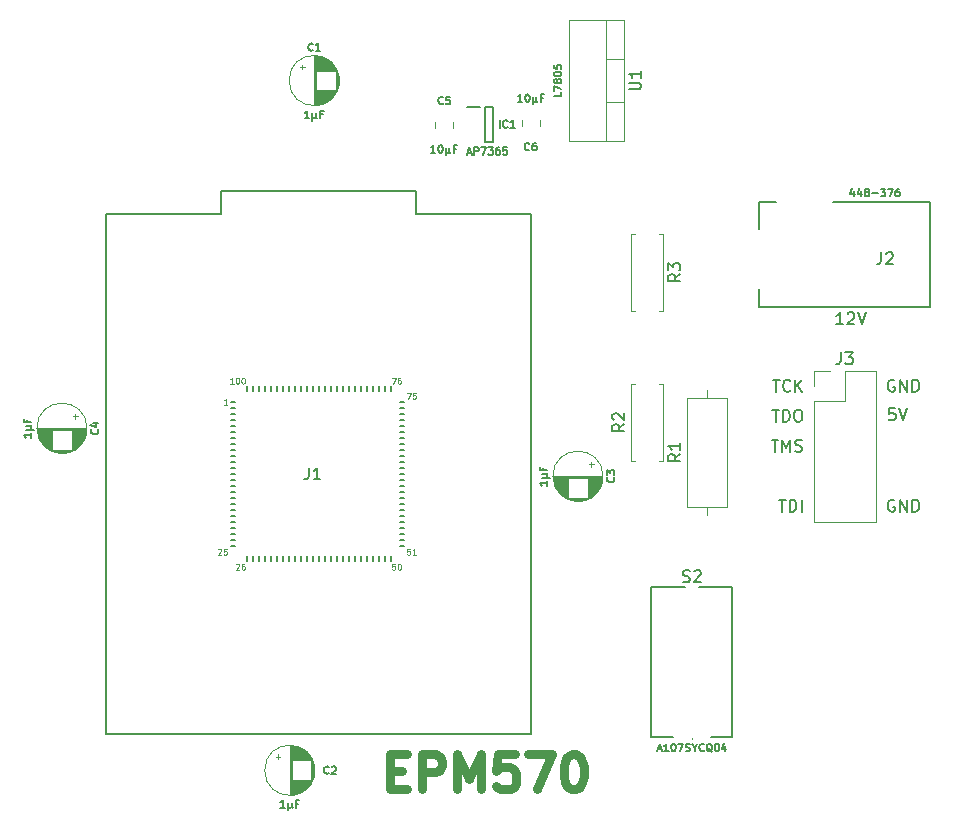
<source format=gto>
%TF.GenerationSoftware,KiCad,Pcbnew,8.0.7*%
%TF.CreationDate,2025-02-09T12:46:03+02:00*%
%TF.ProjectId,EPM570 Programmer,45504d35-3730-4205-9072-6f6772616d6d,V0*%
%TF.SameCoordinates,Original*%
%TF.FileFunction,Legend,Top*%
%TF.FilePolarity,Positive*%
%FSLAX46Y46*%
G04 Gerber Fmt 4.6, Leading zero omitted, Abs format (unit mm)*
G04 Created by KiCad (PCBNEW 8.0.7) date 2025-02-09 12:46:03*
%MOMM*%
%LPD*%
G01*
G04 APERTURE LIST*
%ADD10C,0.200000*%
%ADD11C,0.750000*%
%ADD12C,0.150000*%
%ADD13C,0.100000*%
%ADD14C,0.120000*%
G04 APERTURE END LIST*
D10*
X60535863Y-7453219D02*
X60059673Y-7453219D01*
X60059673Y-7453219D02*
X60012054Y-7929409D01*
X60012054Y-7929409D02*
X60059673Y-7881790D01*
X60059673Y-7881790D02*
X60154911Y-7834171D01*
X60154911Y-7834171D02*
X60393006Y-7834171D01*
X60393006Y-7834171D02*
X60488244Y-7881790D01*
X60488244Y-7881790D02*
X60535863Y-7929409D01*
X60535863Y-7929409D02*
X60583482Y-8024647D01*
X60583482Y-8024647D02*
X60583482Y-8262742D01*
X60583482Y-8262742D02*
X60535863Y-8357980D01*
X60535863Y-8357980D02*
X60488244Y-8405600D01*
X60488244Y-8405600D02*
X60393006Y-8453219D01*
X60393006Y-8453219D02*
X60154911Y-8453219D01*
X60154911Y-8453219D02*
X60059673Y-8405600D01*
X60059673Y-8405600D02*
X60012054Y-8357980D01*
X60869197Y-7453219D02*
X61202530Y-8453219D01*
X61202530Y-8453219D02*
X61535863Y-7453219D01*
X56149952Y-325219D02*
X55578524Y-325219D01*
X55864238Y-325219D02*
X55864238Y674780D01*
X55864238Y674780D02*
X55769000Y531923D01*
X55769000Y531923D02*
X55673762Y436685D01*
X55673762Y436685D02*
X55578524Y389066D01*
X56530905Y579542D02*
X56578524Y627161D01*
X56578524Y627161D02*
X56673762Y674780D01*
X56673762Y674780D02*
X56911857Y674780D01*
X56911857Y674780D02*
X57007095Y627161D01*
X57007095Y627161D02*
X57054714Y579542D01*
X57054714Y579542D02*
X57102333Y484304D01*
X57102333Y484304D02*
X57102333Y389066D01*
X57102333Y389066D02*
X57054714Y246209D01*
X57054714Y246209D02*
X56483286Y-325219D01*
X56483286Y-325219D02*
X57102333Y-325219D01*
X57388048Y674780D02*
X57721381Y-325219D01*
X57721381Y-325219D02*
X58054714Y674780D01*
X50721566Y-15183219D02*
X51292994Y-15183219D01*
X51007280Y-16183219D02*
X51007280Y-15183219D01*
X51626328Y-16183219D02*
X51626328Y-15183219D01*
X51626328Y-15183219D02*
X51864423Y-15183219D01*
X51864423Y-15183219D02*
X52007280Y-15230838D01*
X52007280Y-15230838D02*
X52102518Y-15326076D01*
X52102518Y-15326076D02*
X52150137Y-15421314D01*
X52150137Y-15421314D02*
X52197756Y-15611790D01*
X52197756Y-15611790D02*
X52197756Y-15754647D01*
X52197756Y-15754647D02*
X52150137Y-15945123D01*
X52150137Y-15945123D02*
X52102518Y-16040361D01*
X52102518Y-16040361D02*
X52007280Y-16135600D01*
X52007280Y-16135600D02*
X51864423Y-16183219D01*
X51864423Y-16183219D02*
X51626328Y-16183219D01*
X52626328Y-16183219D02*
X52626328Y-15183219D01*
X50197756Y-5023219D02*
X50769184Y-5023219D01*
X50483470Y-6023219D02*
X50483470Y-5023219D01*
X51673946Y-5927980D02*
X51626327Y-5975600D01*
X51626327Y-5975600D02*
X51483470Y-6023219D01*
X51483470Y-6023219D02*
X51388232Y-6023219D01*
X51388232Y-6023219D02*
X51245375Y-5975600D01*
X51245375Y-5975600D02*
X51150137Y-5880361D01*
X51150137Y-5880361D02*
X51102518Y-5785123D01*
X51102518Y-5785123D02*
X51054899Y-5594647D01*
X51054899Y-5594647D02*
X51054899Y-5451790D01*
X51054899Y-5451790D02*
X51102518Y-5261314D01*
X51102518Y-5261314D02*
X51150137Y-5166076D01*
X51150137Y-5166076D02*
X51245375Y-5070838D01*
X51245375Y-5070838D02*
X51388232Y-5023219D01*
X51388232Y-5023219D02*
X51483470Y-5023219D01*
X51483470Y-5023219D02*
X51626327Y-5070838D01*
X51626327Y-5070838D02*
X51673946Y-5118457D01*
X52102518Y-6023219D02*
X52102518Y-5023219D01*
X52673946Y-6023219D02*
X52245375Y-5451790D01*
X52673946Y-5023219D02*
X52102518Y-5594647D01*
X50102518Y-10103219D02*
X50673946Y-10103219D01*
X50388232Y-11103219D02*
X50388232Y-10103219D01*
X51007280Y-11103219D02*
X51007280Y-10103219D01*
X51007280Y-10103219D02*
X51340613Y-10817504D01*
X51340613Y-10817504D02*
X51673946Y-10103219D01*
X51673946Y-10103219D02*
X51673946Y-11103219D01*
X52102518Y-11055600D02*
X52245375Y-11103219D01*
X52245375Y-11103219D02*
X52483470Y-11103219D01*
X52483470Y-11103219D02*
X52578708Y-11055600D01*
X52578708Y-11055600D02*
X52626327Y-11007980D01*
X52626327Y-11007980D02*
X52673946Y-10912742D01*
X52673946Y-10912742D02*
X52673946Y-10817504D01*
X52673946Y-10817504D02*
X52626327Y-10722266D01*
X52626327Y-10722266D02*
X52578708Y-10674647D01*
X52578708Y-10674647D02*
X52483470Y-10627028D01*
X52483470Y-10627028D02*
X52292994Y-10579409D01*
X52292994Y-10579409D02*
X52197756Y-10531790D01*
X52197756Y-10531790D02*
X52150137Y-10484171D01*
X52150137Y-10484171D02*
X52102518Y-10388933D01*
X52102518Y-10388933D02*
X52102518Y-10293695D01*
X52102518Y-10293695D02*
X52150137Y-10198457D01*
X52150137Y-10198457D02*
X52197756Y-10150838D01*
X52197756Y-10150838D02*
X52292994Y-10103219D01*
X52292994Y-10103219D02*
X52531089Y-10103219D01*
X52531089Y-10103219D02*
X52673946Y-10150838D01*
X60493483Y-5070838D02*
X60398245Y-5023219D01*
X60398245Y-5023219D02*
X60255388Y-5023219D01*
X60255388Y-5023219D02*
X60112531Y-5070838D01*
X60112531Y-5070838D02*
X60017293Y-5166076D01*
X60017293Y-5166076D02*
X59969674Y-5261314D01*
X59969674Y-5261314D02*
X59922055Y-5451790D01*
X59922055Y-5451790D02*
X59922055Y-5594647D01*
X59922055Y-5594647D02*
X59969674Y-5785123D01*
X59969674Y-5785123D02*
X60017293Y-5880361D01*
X60017293Y-5880361D02*
X60112531Y-5975600D01*
X60112531Y-5975600D02*
X60255388Y-6023219D01*
X60255388Y-6023219D02*
X60350626Y-6023219D01*
X60350626Y-6023219D02*
X60493483Y-5975600D01*
X60493483Y-5975600D02*
X60541102Y-5927980D01*
X60541102Y-5927980D02*
X60541102Y-5594647D01*
X60541102Y-5594647D02*
X60350626Y-5594647D01*
X60969674Y-6023219D02*
X60969674Y-5023219D01*
X60969674Y-5023219D02*
X61541102Y-6023219D01*
X61541102Y-6023219D02*
X61541102Y-5023219D01*
X62017293Y-6023219D02*
X62017293Y-5023219D01*
X62017293Y-5023219D02*
X62255388Y-5023219D01*
X62255388Y-5023219D02*
X62398245Y-5070838D01*
X62398245Y-5070838D02*
X62493483Y-5166076D01*
X62493483Y-5166076D02*
X62541102Y-5261314D01*
X62541102Y-5261314D02*
X62588721Y-5451790D01*
X62588721Y-5451790D02*
X62588721Y-5594647D01*
X62588721Y-5594647D02*
X62541102Y-5785123D01*
X62541102Y-5785123D02*
X62493483Y-5880361D01*
X62493483Y-5880361D02*
X62398245Y-5975600D01*
X62398245Y-5975600D02*
X62255388Y-6023219D01*
X62255388Y-6023219D02*
X62017293Y-6023219D01*
X50150137Y-7563219D02*
X50721565Y-7563219D01*
X50435851Y-8563219D02*
X50435851Y-7563219D01*
X51054899Y-8563219D02*
X51054899Y-7563219D01*
X51054899Y-7563219D02*
X51292994Y-7563219D01*
X51292994Y-7563219D02*
X51435851Y-7610838D01*
X51435851Y-7610838D02*
X51531089Y-7706076D01*
X51531089Y-7706076D02*
X51578708Y-7801314D01*
X51578708Y-7801314D02*
X51626327Y-7991790D01*
X51626327Y-7991790D02*
X51626327Y-8134647D01*
X51626327Y-8134647D02*
X51578708Y-8325123D01*
X51578708Y-8325123D02*
X51531089Y-8420361D01*
X51531089Y-8420361D02*
X51435851Y-8515600D01*
X51435851Y-8515600D02*
X51292994Y-8563219D01*
X51292994Y-8563219D02*
X51054899Y-8563219D01*
X52245375Y-7563219D02*
X52435851Y-7563219D01*
X52435851Y-7563219D02*
X52531089Y-7610838D01*
X52531089Y-7610838D02*
X52626327Y-7706076D01*
X52626327Y-7706076D02*
X52673946Y-7896552D01*
X52673946Y-7896552D02*
X52673946Y-8229885D01*
X52673946Y-8229885D02*
X52626327Y-8420361D01*
X52626327Y-8420361D02*
X52531089Y-8515600D01*
X52531089Y-8515600D02*
X52435851Y-8563219D01*
X52435851Y-8563219D02*
X52245375Y-8563219D01*
X52245375Y-8563219D02*
X52150137Y-8515600D01*
X52150137Y-8515600D02*
X52054899Y-8420361D01*
X52054899Y-8420361D02*
X52007280Y-8229885D01*
X52007280Y-8229885D02*
X52007280Y-7896552D01*
X52007280Y-7896552D02*
X52054899Y-7706076D01*
X52054899Y-7706076D02*
X52150137Y-7610838D01*
X52150137Y-7610838D02*
X52245375Y-7563219D01*
D11*
X17765142Y-38131428D02*
X18765142Y-38131428D01*
X19193714Y-39702857D02*
X17765142Y-39702857D01*
X17765142Y-39702857D02*
X17765142Y-36702857D01*
X17765142Y-36702857D02*
X19193714Y-36702857D01*
X20479428Y-39702857D02*
X20479428Y-36702857D01*
X20479428Y-36702857D02*
X21622285Y-36702857D01*
X21622285Y-36702857D02*
X21908000Y-36845714D01*
X21908000Y-36845714D02*
X22050857Y-36988571D01*
X22050857Y-36988571D02*
X22193714Y-37274285D01*
X22193714Y-37274285D02*
X22193714Y-37702857D01*
X22193714Y-37702857D02*
X22050857Y-37988571D01*
X22050857Y-37988571D02*
X21908000Y-38131428D01*
X21908000Y-38131428D02*
X21622285Y-38274285D01*
X21622285Y-38274285D02*
X20479428Y-38274285D01*
X23479428Y-39702857D02*
X23479428Y-36702857D01*
X23479428Y-36702857D02*
X24479428Y-38845714D01*
X24479428Y-38845714D02*
X25479428Y-36702857D01*
X25479428Y-36702857D02*
X25479428Y-39702857D01*
X28336571Y-36702857D02*
X26907999Y-36702857D01*
X26907999Y-36702857D02*
X26765142Y-38131428D01*
X26765142Y-38131428D02*
X26907999Y-37988571D01*
X26907999Y-37988571D02*
X27193714Y-37845714D01*
X27193714Y-37845714D02*
X27907999Y-37845714D01*
X27907999Y-37845714D02*
X28193714Y-37988571D01*
X28193714Y-37988571D02*
X28336571Y-38131428D01*
X28336571Y-38131428D02*
X28479428Y-38417142D01*
X28479428Y-38417142D02*
X28479428Y-39131428D01*
X28479428Y-39131428D02*
X28336571Y-39417142D01*
X28336571Y-39417142D02*
X28193714Y-39560000D01*
X28193714Y-39560000D02*
X27907999Y-39702857D01*
X27907999Y-39702857D02*
X27193714Y-39702857D01*
X27193714Y-39702857D02*
X26907999Y-39560000D01*
X26907999Y-39560000D02*
X26765142Y-39417142D01*
X29479428Y-36702857D02*
X31479428Y-36702857D01*
X31479428Y-36702857D02*
X30193714Y-39702857D01*
X33193714Y-36702857D02*
X33479428Y-36702857D01*
X33479428Y-36702857D02*
X33765142Y-36845714D01*
X33765142Y-36845714D02*
X33908000Y-36988571D01*
X33908000Y-36988571D02*
X34050857Y-37274285D01*
X34050857Y-37274285D02*
X34193714Y-37845714D01*
X34193714Y-37845714D02*
X34193714Y-38560000D01*
X34193714Y-38560000D02*
X34050857Y-39131428D01*
X34050857Y-39131428D02*
X33908000Y-39417142D01*
X33908000Y-39417142D02*
X33765142Y-39560000D01*
X33765142Y-39560000D02*
X33479428Y-39702857D01*
X33479428Y-39702857D02*
X33193714Y-39702857D01*
X33193714Y-39702857D02*
X32908000Y-39560000D01*
X32908000Y-39560000D02*
X32765142Y-39417142D01*
X32765142Y-39417142D02*
X32622285Y-39131428D01*
X32622285Y-39131428D02*
X32479428Y-38560000D01*
X32479428Y-38560000D02*
X32479428Y-37845714D01*
X32479428Y-37845714D02*
X32622285Y-37274285D01*
X32622285Y-37274285D02*
X32765142Y-36988571D01*
X32765142Y-36988571D02*
X32908000Y-36845714D01*
X32908000Y-36845714D02*
X33193714Y-36702857D01*
D10*
X60493483Y-15230838D02*
X60398245Y-15183219D01*
X60398245Y-15183219D02*
X60255388Y-15183219D01*
X60255388Y-15183219D02*
X60112531Y-15230838D01*
X60112531Y-15230838D02*
X60017293Y-15326076D01*
X60017293Y-15326076D02*
X59969674Y-15421314D01*
X59969674Y-15421314D02*
X59922055Y-15611790D01*
X59922055Y-15611790D02*
X59922055Y-15754647D01*
X59922055Y-15754647D02*
X59969674Y-15945123D01*
X59969674Y-15945123D02*
X60017293Y-16040361D01*
X60017293Y-16040361D02*
X60112531Y-16135600D01*
X60112531Y-16135600D02*
X60255388Y-16183219D01*
X60255388Y-16183219D02*
X60350626Y-16183219D01*
X60350626Y-16183219D02*
X60493483Y-16135600D01*
X60493483Y-16135600D02*
X60541102Y-16087980D01*
X60541102Y-16087980D02*
X60541102Y-15754647D01*
X60541102Y-15754647D02*
X60350626Y-15754647D01*
X60969674Y-16183219D02*
X60969674Y-15183219D01*
X60969674Y-15183219D02*
X61541102Y-16183219D01*
X61541102Y-16183219D02*
X61541102Y-15183219D01*
X62017293Y-16183219D02*
X62017293Y-15183219D01*
X62017293Y-15183219D02*
X62255388Y-15183219D01*
X62255388Y-15183219D02*
X62398245Y-15230838D01*
X62398245Y-15230838D02*
X62493483Y-15326076D01*
X62493483Y-15326076D02*
X62541102Y-15421314D01*
X62541102Y-15421314D02*
X62588721Y-15611790D01*
X62588721Y-15611790D02*
X62588721Y-15754647D01*
X62588721Y-15754647D02*
X62541102Y-15945123D01*
X62541102Y-15945123D02*
X62493483Y-16040361D01*
X62493483Y-16040361D02*
X62398245Y-16135600D01*
X62398245Y-16135600D02*
X62255388Y-16183219D01*
X62255388Y-16183219D02*
X62017293Y-16183219D01*
D12*
X27068119Y16312036D02*
X27068119Y16947036D01*
X27733357Y16372513D02*
X27703119Y16342275D01*
X27703119Y16342275D02*
X27612405Y16312036D01*
X27612405Y16312036D02*
X27551929Y16312036D01*
X27551929Y16312036D02*
X27461214Y16342275D01*
X27461214Y16342275D02*
X27400738Y16402751D01*
X27400738Y16402751D02*
X27370500Y16463227D01*
X27370500Y16463227D02*
X27340262Y16584179D01*
X27340262Y16584179D02*
X27340262Y16674894D01*
X27340262Y16674894D02*
X27370500Y16795846D01*
X27370500Y16795846D02*
X27400738Y16856322D01*
X27400738Y16856322D02*
X27461214Y16916798D01*
X27461214Y16916798D02*
X27551929Y16947036D01*
X27551929Y16947036D02*
X27612405Y16947036D01*
X27612405Y16947036D02*
X27703119Y16916798D01*
X27703119Y16916798D02*
X27733357Y16886560D01*
X28338119Y16312036D02*
X27975262Y16312036D01*
X28156690Y16312036D02*
X28156690Y16947036D01*
X28156690Y16947036D02*
X28096214Y16856322D01*
X28096214Y16856322D02*
X28035738Y16795846D01*
X28035738Y16795846D02*
X27975262Y16765608D01*
X24358785Y14207465D02*
X24661166Y14207465D01*
X24298309Y14026036D02*
X24509975Y14661036D01*
X24509975Y14661036D02*
X24721642Y14026036D01*
X24933309Y14026036D02*
X24933309Y14661036D01*
X24933309Y14661036D02*
X25175214Y14661036D01*
X25175214Y14661036D02*
X25235690Y14630798D01*
X25235690Y14630798D02*
X25265928Y14600560D01*
X25265928Y14600560D02*
X25296166Y14540084D01*
X25296166Y14540084D02*
X25296166Y14449370D01*
X25296166Y14449370D02*
X25265928Y14388894D01*
X25265928Y14388894D02*
X25235690Y14358655D01*
X25235690Y14358655D02*
X25175214Y14328417D01*
X25175214Y14328417D02*
X24933309Y14328417D01*
X25507833Y14661036D02*
X25931166Y14661036D01*
X25931166Y14661036D02*
X25659023Y14026036D01*
X26112595Y14661036D02*
X26505690Y14661036D01*
X26505690Y14661036D02*
X26294023Y14419132D01*
X26294023Y14419132D02*
X26384738Y14419132D01*
X26384738Y14419132D02*
X26445214Y14388894D01*
X26445214Y14388894D02*
X26475452Y14358655D01*
X26475452Y14358655D02*
X26505690Y14298179D01*
X26505690Y14298179D02*
X26505690Y14146989D01*
X26505690Y14146989D02*
X26475452Y14086513D01*
X26475452Y14086513D02*
X26445214Y14056275D01*
X26445214Y14056275D02*
X26384738Y14026036D01*
X26384738Y14026036D02*
X26203309Y14026036D01*
X26203309Y14026036D02*
X26142833Y14056275D01*
X26142833Y14056275D02*
X26112595Y14086513D01*
X27049976Y14661036D02*
X26929023Y14661036D01*
X26929023Y14661036D02*
X26868547Y14630798D01*
X26868547Y14630798D02*
X26838309Y14600560D01*
X26838309Y14600560D02*
X26777833Y14509846D01*
X26777833Y14509846D02*
X26747595Y14388894D01*
X26747595Y14388894D02*
X26747595Y14146989D01*
X26747595Y14146989D02*
X26777833Y14086513D01*
X26777833Y14086513D02*
X26808071Y14056275D01*
X26808071Y14056275D02*
X26868547Y14026036D01*
X26868547Y14026036D02*
X26989500Y14026036D01*
X26989500Y14026036D02*
X27049976Y14056275D01*
X27049976Y14056275D02*
X27080214Y14086513D01*
X27080214Y14086513D02*
X27110452Y14146989D01*
X27110452Y14146989D02*
X27110452Y14298179D01*
X27110452Y14298179D02*
X27080214Y14358655D01*
X27080214Y14358655D02*
X27049976Y14388894D01*
X27049976Y14388894D02*
X26989500Y14419132D01*
X26989500Y14419132D02*
X26868547Y14419132D01*
X26868547Y14419132D02*
X26808071Y14388894D01*
X26808071Y14388894D02*
X26777833Y14358655D01*
X26777833Y14358655D02*
X26747595Y14298179D01*
X27684976Y14661036D02*
X27382595Y14661036D01*
X27382595Y14661036D02*
X27352357Y14358655D01*
X27352357Y14358655D02*
X27382595Y14388894D01*
X27382595Y14388894D02*
X27443071Y14419132D01*
X27443071Y14419132D02*
X27594262Y14419132D01*
X27594262Y14419132D02*
X27654738Y14388894D01*
X27654738Y14388894D02*
X27684976Y14358655D01*
X27684976Y14358655D02*
X27715214Y14298179D01*
X27715214Y14298179D02*
X27715214Y14146989D01*
X27715214Y14146989D02*
X27684976Y14086513D01*
X27684976Y14086513D02*
X27654738Y14056275D01*
X27654738Y14056275D02*
X27594262Y14026036D01*
X27594262Y14026036D02*
X27443071Y14026036D01*
X27443071Y14026036D02*
X27382595Y14056275D01*
X27382595Y14056275D02*
X27352357Y14086513D01*
X29585166Y14463513D02*
X29554928Y14433275D01*
X29554928Y14433275D02*
X29464214Y14403036D01*
X29464214Y14403036D02*
X29403738Y14403036D01*
X29403738Y14403036D02*
X29313023Y14433275D01*
X29313023Y14433275D02*
X29252547Y14493751D01*
X29252547Y14493751D02*
X29222309Y14554227D01*
X29222309Y14554227D02*
X29192071Y14675179D01*
X29192071Y14675179D02*
X29192071Y14765894D01*
X29192071Y14765894D02*
X29222309Y14886846D01*
X29222309Y14886846D02*
X29252547Y14947322D01*
X29252547Y14947322D02*
X29313023Y15007798D01*
X29313023Y15007798D02*
X29403738Y15038036D01*
X29403738Y15038036D02*
X29464214Y15038036D01*
X29464214Y15038036D02*
X29554928Y15007798D01*
X29554928Y15007798D02*
X29585166Y14977560D01*
X30129452Y15038036D02*
X30008499Y15038036D01*
X30008499Y15038036D02*
X29948023Y15007798D01*
X29948023Y15007798D02*
X29917785Y14977560D01*
X29917785Y14977560D02*
X29857309Y14886846D01*
X29857309Y14886846D02*
X29827071Y14765894D01*
X29827071Y14765894D02*
X29827071Y14523989D01*
X29827071Y14523989D02*
X29857309Y14463513D01*
X29857309Y14463513D02*
X29887547Y14433275D01*
X29887547Y14433275D02*
X29948023Y14403036D01*
X29948023Y14403036D02*
X30068976Y14403036D01*
X30068976Y14403036D02*
X30129452Y14433275D01*
X30129452Y14433275D02*
X30159690Y14463513D01*
X30159690Y14463513D02*
X30189928Y14523989D01*
X30189928Y14523989D02*
X30189928Y14675179D01*
X30189928Y14675179D02*
X30159690Y14735655D01*
X30159690Y14735655D02*
X30129452Y14765894D01*
X30129452Y14765894D02*
X30068976Y14796132D01*
X30068976Y14796132D02*
X29948023Y14796132D01*
X29948023Y14796132D02*
X29887547Y14765894D01*
X29887547Y14765894D02*
X29857309Y14735655D01*
X29857309Y14735655D02*
X29827071Y14675179D01*
X28992285Y18510036D02*
X28629428Y18510036D01*
X28810856Y18510036D02*
X28810856Y19145036D01*
X28810856Y19145036D02*
X28750380Y19054322D01*
X28750380Y19054322D02*
X28689904Y18993846D01*
X28689904Y18993846D02*
X28629428Y18963608D01*
X29385380Y19145036D02*
X29445857Y19145036D01*
X29445857Y19145036D02*
X29506333Y19114798D01*
X29506333Y19114798D02*
X29536571Y19084560D01*
X29536571Y19084560D02*
X29566809Y19024084D01*
X29566809Y19024084D02*
X29597047Y18903132D01*
X29597047Y18903132D02*
X29597047Y18751941D01*
X29597047Y18751941D02*
X29566809Y18630989D01*
X29566809Y18630989D02*
X29536571Y18570513D01*
X29536571Y18570513D02*
X29506333Y18540275D01*
X29506333Y18540275D02*
X29445857Y18510036D01*
X29445857Y18510036D02*
X29385380Y18510036D01*
X29385380Y18510036D02*
X29324904Y18540275D01*
X29324904Y18540275D02*
X29294666Y18570513D01*
X29294666Y18570513D02*
X29264428Y18630989D01*
X29264428Y18630989D02*
X29234190Y18751941D01*
X29234190Y18751941D02*
X29234190Y18903132D01*
X29234190Y18903132D02*
X29264428Y19024084D01*
X29264428Y19024084D02*
X29294666Y19084560D01*
X29294666Y19084560D02*
X29324904Y19114798D01*
X29324904Y19114798D02*
X29385380Y19145036D01*
X29869190Y18933370D02*
X29869190Y18298370D01*
X30171571Y18600751D02*
X30201809Y18540275D01*
X30201809Y18540275D02*
X30262285Y18510036D01*
X29869190Y18600751D02*
X29899428Y18540275D01*
X29899428Y18540275D02*
X29959904Y18510036D01*
X29959904Y18510036D02*
X30080857Y18510036D01*
X30080857Y18510036D02*
X30141333Y18540275D01*
X30141333Y18540275D02*
X30171571Y18600751D01*
X30171571Y18600751D02*
X30171571Y18933370D01*
X30746095Y18842655D02*
X30534428Y18842655D01*
X30534428Y18510036D02*
X30534428Y19145036D01*
X30534428Y19145036D02*
X30836809Y19145036D01*
X22275166Y18370513D02*
X22244928Y18340275D01*
X22244928Y18340275D02*
X22154214Y18310036D01*
X22154214Y18310036D02*
X22093738Y18310036D01*
X22093738Y18310036D02*
X22003023Y18340275D01*
X22003023Y18340275D02*
X21942547Y18400751D01*
X21942547Y18400751D02*
X21912309Y18461227D01*
X21912309Y18461227D02*
X21882071Y18582179D01*
X21882071Y18582179D02*
X21882071Y18672894D01*
X21882071Y18672894D02*
X21912309Y18793846D01*
X21912309Y18793846D02*
X21942547Y18854322D01*
X21942547Y18854322D02*
X22003023Y18914798D01*
X22003023Y18914798D02*
X22093738Y18945036D01*
X22093738Y18945036D02*
X22154214Y18945036D01*
X22154214Y18945036D02*
X22244928Y18914798D01*
X22244928Y18914798D02*
X22275166Y18884560D01*
X22849690Y18945036D02*
X22547309Y18945036D01*
X22547309Y18945036D02*
X22517071Y18642655D01*
X22517071Y18642655D02*
X22547309Y18672894D01*
X22547309Y18672894D02*
X22607785Y18703132D01*
X22607785Y18703132D02*
X22758976Y18703132D01*
X22758976Y18703132D02*
X22819452Y18672894D01*
X22819452Y18672894D02*
X22849690Y18642655D01*
X22849690Y18642655D02*
X22879928Y18582179D01*
X22879928Y18582179D02*
X22879928Y18430989D01*
X22879928Y18430989D02*
X22849690Y18370513D01*
X22849690Y18370513D02*
X22819452Y18340275D01*
X22819452Y18340275D02*
X22758976Y18310036D01*
X22758976Y18310036D02*
X22607785Y18310036D01*
X22607785Y18310036D02*
X22547309Y18340275D01*
X22547309Y18340275D02*
X22517071Y18370513D01*
X21628285Y14203036D02*
X21265428Y14203036D01*
X21446856Y14203036D02*
X21446856Y14838036D01*
X21446856Y14838036D02*
X21386380Y14747322D01*
X21386380Y14747322D02*
X21325904Y14686846D01*
X21325904Y14686846D02*
X21265428Y14656608D01*
X22021380Y14838036D02*
X22081857Y14838036D01*
X22081857Y14838036D02*
X22142333Y14807798D01*
X22142333Y14807798D02*
X22172571Y14777560D01*
X22172571Y14777560D02*
X22202809Y14717084D01*
X22202809Y14717084D02*
X22233047Y14596132D01*
X22233047Y14596132D02*
X22233047Y14444941D01*
X22233047Y14444941D02*
X22202809Y14323989D01*
X22202809Y14323989D02*
X22172571Y14263513D01*
X22172571Y14263513D02*
X22142333Y14233275D01*
X22142333Y14233275D02*
X22081857Y14203036D01*
X22081857Y14203036D02*
X22021380Y14203036D01*
X22021380Y14203036D02*
X21960904Y14233275D01*
X21960904Y14233275D02*
X21930666Y14263513D01*
X21930666Y14263513D02*
X21900428Y14323989D01*
X21900428Y14323989D02*
X21870190Y14444941D01*
X21870190Y14444941D02*
X21870190Y14596132D01*
X21870190Y14596132D02*
X21900428Y14717084D01*
X21900428Y14717084D02*
X21930666Y14777560D01*
X21930666Y14777560D02*
X21960904Y14807798D01*
X21960904Y14807798D02*
X22021380Y14838036D01*
X22505190Y14626370D02*
X22505190Y13991370D01*
X22807571Y14293751D02*
X22837809Y14233275D01*
X22837809Y14233275D02*
X22898285Y14203036D01*
X22505190Y14293751D02*
X22535428Y14233275D01*
X22535428Y14233275D02*
X22595904Y14203036D01*
X22595904Y14203036D02*
X22716857Y14203036D01*
X22716857Y14203036D02*
X22777333Y14233275D01*
X22777333Y14233275D02*
X22807571Y14293751D01*
X22807571Y14293751D02*
X22807571Y14626370D01*
X23382095Y14535655D02*
X23170428Y14535655D01*
X23170428Y14203036D02*
X23170428Y14838036D01*
X23170428Y14838036D02*
X23472809Y14838036D01*
X11250166Y22888513D02*
X11219928Y22858275D01*
X11219928Y22858275D02*
X11129214Y22828036D01*
X11129214Y22828036D02*
X11068738Y22828036D01*
X11068738Y22828036D02*
X10978023Y22858275D01*
X10978023Y22858275D02*
X10917547Y22918751D01*
X10917547Y22918751D02*
X10887309Y22979227D01*
X10887309Y22979227D02*
X10857071Y23100179D01*
X10857071Y23100179D02*
X10857071Y23190894D01*
X10857071Y23190894D02*
X10887309Y23311846D01*
X10887309Y23311846D02*
X10917547Y23372322D01*
X10917547Y23372322D02*
X10978023Y23432798D01*
X10978023Y23432798D02*
X11068738Y23463036D01*
X11068738Y23463036D02*
X11129214Y23463036D01*
X11129214Y23463036D02*
X11219928Y23432798D01*
X11219928Y23432798D02*
X11250166Y23402560D01*
X11854928Y22828036D02*
X11492071Y22828036D01*
X11673499Y22828036D02*
X11673499Y23463036D01*
X11673499Y23463036D02*
X11613023Y23372322D01*
X11613023Y23372322D02*
X11552547Y23311846D01*
X11552547Y23311846D02*
X11492071Y23281608D01*
X10932666Y17138436D02*
X10569809Y17138436D01*
X10751237Y17138436D02*
X10751237Y17773436D01*
X10751237Y17773436D02*
X10690761Y17682722D01*
X10690761Y17682722D02*
X10630285Y17622246D01*
X10630285Y17622246D02*
X10569809Y17592008D01*
X11204809Y17561770D02*
X11204809Y16926770D01*
X11507190Y17229151D02*
X11537428Y17168675D01*
X11537428Y17168675D02*
X11597904Y17138436D01*
X11204809Y17229151D02*
X11235047Y17168675D01*
X11235047Y17168675D02*
X11295523Y17138436D01*
X11295523Y17138436D02*
X11416476Y17138436D01*
X11416476Y17138436D02*
X11476952Y17168675D01*
X11476952Y17168675D02*
X11507190Y17229151D01*
X11507190Y17229151D02*
X11507190Y17561770D01*
X12081714Y17471055D02*
X11870047Y17471055D01*
X11870047Y17138436D02*
X11870047Y17773436D01*
X11870047Y17773436D02*
X12172428Y17773436D01*
D10*
X59356666Y5754780D02*
X59356666Y5040495D01*
X59356666Y5040495D02*
X59309047Y4897638D01*
X59309047Y4897638D02*
X59213809Y4802400D01*
X59213809Y4802400D02*
X59070952Y4754780D01*
X59070952Y4754780D02*
X58975714Y4754780D01*
X59785238Y5659542D02*
X59832857Y5707161D01*
X59832857Y5707161D02*
X59928095Y5754780D01*
X59928095Y5754780D02*
X60166190Y5754780D01*
X60166190Y5754780D02*
X60261428Y5707161D01*
X60261428Y5707161D02*
X60309047Y5659542D01*
X60309047Y5659542D02*
X60356666Y5564304D01*
X60356666Y5564304D02*
X60356666Y5469066D01*
X60356666Y5469066D02*
X60309047Y5326209D01*
X60309047Y5326209D02*
X59737619Y4754780D01*
X59737619Y4754780D02*
X60356666Y4754780D01*
D12*
X57067752Y10932370D02*
X57067752Y10509036D01*
X56916561Y11174275D02*
X56765371Y10720703D01*
X56765371Y10720703D02*
X57158466Y10720703D01*
X57672514Y10932370D02*
X57672514Y10509036D01*
X57521323Y11174275D02*
X57370133Y10720703D01*
X57370133Y10720703D02*
X57763228Y10720703D01*
X58095847Y10871894D02*
X58035371Y10902132D01*
X58035371Y10902132D02*
X58005133Y10932370D01*
X58005133Y10932370D02*
X57974895Y10992846D01*
X57974895Y10992846D02*
X57974895Y11023084D01*
X57974895Y11023084D02*
X58005133Y11083560D01*
X58005133Y11083560D02*
X58035371Y11113798D01*
X58035371Y11113798D02*
X58095847Y11144036D01*
X58095847Y11144036D02*
X58216800Y11144036D01*
X58216800Y11144036D02*
X58277276Y11113798D01*
X58277276Y11113798D02*
X58307514Y11083560D01*
X58307514Y11083560D02*
X58337752Y11023084D01*
X58337752Y11023084D02*
X58337752Y10992846D01*
X58337752Y10992846D02*
X58307514Y10932370D01*
X58307514Y10932370D02*
X58277276Y10902132D01*
X58277276Y10902132D02*
X58216800Y10871894D01*
X58216800Y10871894D02*
X58095847Y10871894D01*
X58095847Y10871894D02*
X58035371Y10841655D01*
X58035371Y10841655D02*
X58005133Y10811417D01*
X58005133Y10811417D02*
X57974895Y10750941D01*
X57974895Y10750941D02*
X57974895Y10629989D01*
X57974895Y10629989D02*
X58005133Y10569513D01*
X58005133Y10569513D02*
X58035371Y10539275D01*
X58035371Y10539275D02*
X58095847Y10509036D01*
X58095847Y10509036D02*
X58216800Y10509036D01*
X58216800Y10509036D02*
X58277276Y10539275D01*
X58277276Y10539275D02*
X58307514Y10569513D01*
X58307514Y10569513D02*
X58337752Y10629989D01*
X58337752Y10629989D02*
X58337752Y10750941D01*
X58337752Y10750941D02*
X58307514Y10811417D01*
X58307514Y10811417D02*
X58277276Y10841655D01*
X58277276Y10841655D02*
X58216800Y10871894D01*
X58609895Y10750941D02*
X59093705Y10750941D01*
X59335609Y11144036D02*
X59728704Y11144036D01*
X59728704Y11144036D02*
X59517037Y10902132D01*
X59517037Y10902132D02*
X59607752Y10902132D01*
X59607752Y10902132D02*
X59668228Y10871894D01*
X59668228Y10871894D02*
X59698466Y10841655D01*
X59698466Y10841655D02*
X59728704Y10781179D01*
X59728704Y10781179D02*
X59728704Y10629989D01*
X59728704Y10629989D02*
X59698466Y10569513D01*
X59698466Y10569513D02*
X59668228Y10539275D01*
X59668228Y10539275D02*
X59607752Y10509036D01*
X59607752Y10509036D02*
X59426323Y10509036D01*
X59426323Y10509036D02*
X59365847Y10539275D01*
X59365847Y10539275D02*
X59335609Y10569513D01*
X59940371Y11144036D02*
X60363704Y11144036D01*
X60363704Y11144036D02*
X60091561Y10509036D01*
X60877752Y11144036D02*
X60756799Y11144036D01*
X60756799Y11144036D02*
X60696323Y11113798D01*
X60696323Y11113798D02*
X60666085Y11083560D01*
X60666085Y11083560D02*
X60605609Y10992846D01*
X60605609Y10992846D02*
X60575371Y10871894D01*
X60575371Y10871894D02*
X60575371Y10629989D01*
X60575371Y10629989D02*
X60605609Y10569513D01*
X60605609Y10569513D02*
X60635847Y10539275D01*
X60635847Y10539275D02*
X60696323Y10509036D01*
X60696323Y10509036D02*
X60817276Y10509036D01*
X60817276Y10509036D02*
X60877752Y10539275D01*
X60877752Y10539275D02*
X60907990Y10569513D01*
X60907990Y10569513D02*
X60938228Y10629989D01*
X60938228Y10629989D02*
X60938228Y10781179D01*
X60938228Y10781179D02*
X60907990Y10841655D01*
X60907990Y10841655D02*
X60877752Y10871894D01*
X60877752Y10871894D02*
X60817276Y10902132D01*
X60817276Y10902132D02*
X60696323Y10902132D01*
X60696323Y10902132D02*
X60635847Y10871894D01*
X60635847Y10871894D02*
X60605609Y10841655D01*
X60605609Y10841655D02*
X60575371Y10781179D01*
D10*
X42582095Y-22104600D02*
X42724952Y-22152219D01*
X42724952Y-22152219D02*
X42963047Y-22152219D01*
X42963047Y-22152219D02*
X43058285Y-22104600D01*
X43058285Y-22104600D02*
X43105904Y-22056980D01*
X43105904Y-22056980D02*
X43153523Y-21961742D01*
X43153523Y-21961742D02*
X43153523Y-21866504D01*
X43153523Y-21866504D02*
X43105904Y-21771266D01*
X43105904Y-21771266D02*
X43058285Y-21723647D01*
X43058285Y-21723647D02*
X42963047Y-21676028D01*
X42963047Y-21676028D02*
X42772571Y-21628409D01*
X42772571Y-21628409D02*
X42677333Y-21580790D01*
X42677333Y-21580790D02*
X42629714Y-21533171D01*
X42629714Y-21533171D02*
X42582095Y-21437933D01*
X42582095Y-21437933D02*
X42582095Y-21342695D01*
X42582095Y-21342695D02*
X42629714Y-21247457D01*
X42629714Y-21247457D02*
X42677333Y-21199838D01*
X42677333Y-21199838D02*
X42772571Y-21152219D01*
X42772571Y-21152219D02*
X43010666Y-21152219D01*
X43010666Y-21152219D02*
X43153523Y-21199838D01*
X43534476Y-21247457D02*
X43582095Y-21199838D01*
X43582095Y-21199838D02*
X43677333Y-21152219D01*
X43677333Y-21152219D02*
X43915428Y-21152219D01*
X43915428Y-21152219D02*
X44010666Y-21199838D01*
X44010666Y-21199838D02*
X44058285Y-21247457D01*
X44058285Y-21247457D02*
X44105904Y-21342695D01*
X44105904Y-21342695D02*
X44105904Y-21437933D01*
X44105904Y-21437933D02*
X44058285Y-21580790D01*
X44058285Y-21580790D02*
X43486857Y-22152219D01*
X43486857Y-22152219D02*
X44105904Y-22152219D01*
D12*
X40456261Y-36282534D02*
X40758642Y-36282534D01*
X40395785Y-36463963D02*
X40607451Y-35828963D01*
X40607451Y-35828963D02*
X40819118Y-36463963D01*
X41363404Y-36463963D02*
X41000547Y-36463963D01*
X41181975Y-36463963D02*
X41181975Y-35828963D01*
X41181975Y-35828963D02*
X41121499Y-35919677D01*
X41121499Y-35919677D02*
X41061023Y-35980153D01*
X41061023Y-35980153D02*
X41000547Y-36010391D01*
X41756499Y-35828963D02*
X41816976Y-35828963D01*
X41816976Y-35828963D02*
X41877452Y-35859201D01*
X41877452Y-35859201D02*
X41907690Y-35889439D01*
X41907690Y-35889439D02*
X41937928Y-35949915D01*
X41937928Y-35949915D02*
X41968166Y-36070867D01*
X41968166Y-36070867D02*
X41968166Y-36222058D01*
X41968166Y-36222058D02*
X41937928Y-36343010D01*
X41937928Y-36343010D02*
X41907690Y-36403486D01*
X41907690Y-36403486D02*
X41877452Y-36433725D01*
X41877452Y-36433725D02*
X41816976Y-36463963D01*
X41816976Y-36463963D02*
X41756499Y-36463963D01*
X41756499Y-36463963D02*
X41696023Y-36433725D01*
X41696023Y-36433725D02*
X41665785Y-36403486D01*
X41665785Y-36403486D02*
X41635547Y-36343010D01*
X41635547Y-36343010D02*
X41605309Y-36222058D01*
X41605309Y-36222058D02*
X41605309Y-36070867D01*
X41605309Y-36070867D02*
X41635547Y-35949915D01*
X41635547Y-35949915D02*
X41665785Y-35889439D01*
X41665785Y-35889439D02*
X41696023Y-35859201D01*
X41696023Y-35859201D02*
X41756499Y-35828963D01*
X42179833Y-35828963D02*
X42603166Y-35828963D01*
X42603166Y-35828963D02*
X42331023Y-36463963D01*
X42814833Y-36433725D02*
X42905547Y-36463963D01*
X42905547Y-36463963D02*
X43056738Y-36463963D01*
X43056738Y-36463963D02*
X43117214Y-36433725D01*
X43117214Y-36433725D02*
X43147452Y-36403486D01*
X43147452Y-36403486D02*
X43177690Y-36343010D01*
X43177690Y-36343010D02*
X43177690Y-36282534D01*
X43177690Y-36282534D02*
X43147452Y-36222058D01*
X43147452Y-36222058D02*
X43117214Y-36191820D01*
X43117214Y-36191820D02*
X43056738Y-36161582D01*
X43056738Y-36161582D02*
X42935785Y-36131344D01*
X42935785Y-36131344D02*
X42875309Y-36101105D01*
X42875309Y-36101105D02*
X42845071Y-36070867D01*
X42845071Y-36070867D02*
X42814833Y-36010391D01*
X42814833Y-36010391D02*
X42814833Y-35949915D01*
X42814833Y-35949915D02*
X42845071Y-35889439D01*
X42845071Y-35889439D02*
X42875309Y-35859201D01*
X42875309Y-35859201D02*
X42935785Y-35828963D01*
X42935785Y-35828963D02*
X43086976Y-35828963D01*
X43086976Y-35828963D02*
X43177690Y-35859201D01*
X43570785Y-36161582D02*
X43570785Y-36463963D01*
X43359119Y-35828963D02*
X43570785Y-36161582D01*
X43570785Y-36161582D02*
X43782452Y-35828963D01*
X44356976Y-36403486D02*
X44326738Y-36433725D01*
X44326738Y-36433725D02*
X44236024Y-36463963D01*
X44236024Y-36463963D02*
X44175548Y-36463963D01*
X44175548Y-36463963D02*
X44084833Y-36433725D01*
X44084833Y-36433725D02*
X44024357Y-36373248D01*
X44024357Y-36373248D02*
X43994119Y-36312772D01*
X43994119Y-36312772D02*
X43963881Y-36191820D01*
X43963881Y-36191820D02*
X43963881Y-36101105D01*
X43963881Y-36101105D02*
X43994119Y-35980153D01*
X43994119Y-35980153D02*
X44024357Y-35919677D01*
X44024357Y-35919677D02*
X44084833Y-35859201D01*
X44084833Y-35859201D02*
X44175548Y-35828963D01*
X44175548Y-35828963D02*
X44236024Y-35828963D01*
X44236024Y-35828963D02*
X44326738Y-35859201D01*
X44326738Y-35859201D02*
X44356976Y-35889439D01*
X45052452Y-36524439D02*
X44991976Y-36494201D01*
X44991976Y-36494201D02*
X44931500Y-36433725D01*
X44931500Y-36433725D02*
X44840786Y-36343010D01*
X44840786Y-36343010D02*
X44780309Y-36312772D01*
X44780309Y-36312772D02*
X44719833Y-36312772D01*
X44750071Y-36463963D02*
X44689595Y-36433725D01*
X44689595Y-36433725D02*
X44629119Y-36373248D01*
X44629119Y-36373248D02*
X44598881Y-36252296D01*
X44598881Y-36252296D02*
X44598881Y-36040629D01*
X44598881Y-36040629D02*
X44629119Y-35919677D01*
X44629119Y-35919677D02*
X44689595Y-35859201D01*
X44689595Y-35859201D02*
X44750071Y-35828963D01*
X44750071Y-35828963D02*
X44871024Y-35828963D01*
X44871024Y-35828963D02*
X44931500Y-35859201D01*
X44931500Y-35859201D02*
X44991976Y-35919677D01*
X44991976Y-35919677D02*
X45022214Y-36040629D01*
X45022214Y-36040629D02*
X45022214Y-36252296D01*
X45022214Y-36252296D02*
X44991976Y-36373248D01*
X44991976Y-36373248D02*
X44931500Y-36433725D01*
X44931500Y-36433725D02*
X44871024Y-36463963D01*
X44871024Y-36463963D02*
X44750071Y-36463963D01*
X45415309Y-35828963D02*
X45475786Y-35828963D01*
X45475786Y-35828963D02*
X45536262Y-35859201D01*
X45536262Y-35859201D02*
X45566500Y-35889439D01*
X45566500Y-35889439D02*
X45596738Y-35949915D01*
X45596738Y-35949915D02*
X45626976Y-36070867D01*
X45626976Y-36070867D02*
X45626976Y-36222058D01*
X45626976Y-36222058D02*
X45596738Y-36343010D01*
X45596738Y-36343010D02*
X45566500Y-36403486D01*
X45566500Y-36403486D02*
X45536262Y-36433725D01*
X45536262Y-36433725D02*
X45475786Y-36463963D01*
X45475786Y-36463963D02*
X45415309Y-36463963D01*
X45415309Y-36463963D02*
X45354833Y-36433725D01*
X45354833Y-36433725D02*
X45324595Y-36403486D01*
X45324595Y-36403486D02*
X45294357Y-36343010D01*
X45294357Y-36343010D02*
X45264119Y-36222058D01*
X45264119Y-36222058D02*
X45264119Y-36070867D01*
X45264119Y-36070867D02*
X45294357Y-35949915D01*
X45294357Y-35949915D02*
X45324595Y-35889439D01*
X45324595Y-35889439D02*
X45354833Y-35859201D01*
X45354833Y-35859201D02*
X45415309Y-35828963D01*
X46171262Y-36040629D02*
X46171262Y-36463963D01*
X46020071Y-35798725D02*
X45868881Y-36252296D01*
X45868881Y-36252296D02*
X46261976Y-36252296D01*
D10*
X38012219Y19558095D02*
X38821742Y19558095D01*
X38821742Y19558095D02*
X38916980Y19605714D01*
X38916980Y19605714D02*
X38964600Y19653333D01*
X38964600Y19653333D02*
X39012219Y19748571D01*
X39012219Y19748571D02*
X39012219Y19939047D01*
X39012219Y19939047D02*
X38964600Y20034285D01*
X38964600Y20034285D02*
X38916980Y20081904D01*
X38916980Y20081904D02*
X38821742Y20129523D01*
X38821742Y20129523D02*
X38012219Y20129523D01*
X39012219Y21129523D02*
X39012219Y20558095D01*
X39012219Y20843809D02*
X38012219Y20843809D01*
X38012219Y20843809D02*
X38155076Y20748571D01*
X38155076Y20748571D02*
X38250314Y20653333D01*
X38250314Y20653333D02*
X38297933Y20558095D01*
D12*
X32289963Y19307023D02*
X32289963Y19004642D01*
X32289963Y19004642D02*
X31654963Y19004642D01*
X31654963Y19458214D02*
X31654963Y19881547D01*
X31654963Y19881547D02*
X32289963Y19609404D01*
X31927105Y20214166D02*
X31896867Y20153690D01*
X31896867Y20153690D02*
X31866629Y20123452D01*
X31866629Y20123452D02*
X31806153Y20093214D01*
X31806153Y20093214D02*
X31775915Y20093214D01*
X31775915Y20093214D02*
X31715439Y20123452D01*
X31715439Y20123452D02*
X31685201Y20153690D01*
X31685201Y20153690D02*
X31654963Y20214166D01*
X31654963Y20214166D02*
X31654963Y20335119D01*
X31654963Y20335119D02*
X31685201Y20395595D01*
X31685201Y20395595D02*
X31715439Y20425833D01*
X31715439Y20425833D02*
X31775915Y20456071D01*
X31775915Y20456071D02*
X31806153Y20456071D01*
X31806153Y20456071D02*
X31866629Y20425833D01*
X31866629Y20425833D02*
X31896867Y20395595D01*
X31896867Y20395595D02*
X31927105Y20335119D01*
X31927105Y20335119D02*
X31927105Y20214166D01*
X31927105Y20214166D02*
X31957344Y20153690D01*
X31957344Y20153690D02*
X31987582Y20123452D01*
X31987582Y20123452D02*
X32048058Y20093214D01*
X32048058Y20093214D02*
X32169010Y20093214D01*
X32169010Y20093214D02*
X32229486Y20123452D01*
X32229486Y20123452D02*
X32259725Y20153690D01*
X32259725Y20153690D02*
X32289963Y20214166D01*
X32289963Y20214166D02*
X32289963Y20335119D01*
X32289963Y20335119D02*
X32259725Y20395595D01*
X32259725Y20395595D02*
X32229486Y20425833D01*
X32229486Y20425833D02*
X32169010Y20456071D01*
X32169010Y20456071D02*
X32048058Y20456071D01*
X32048058Y20456071D02*
X31987582Y20425833D01*
X31987582Y20425833D02*
X31957344Y20395595D01*
X31957344Y20395595D02*
X31927105Y20335119D01*
X31654963Y20849166D02*
X31654963Y20909643D01*
X31654963Y20909643D02*
X31685201Y20970119D01*
X31685201Y20970119D02*
X31715439Y21000357D01*
X31715439Y21000357D02*
X31775915Y21030595D01*
X31775915Y21030595D02*
X31896867Y21060833D01*
X31896867Y21060833D02*
X32048058Y21060833D01*
X32048058Y21060833D02*
X32169010Y21030595D01*
X32169010Y21030595D02*
X32229486Y21000357D01*
X32229486Y21000357D02*
X32259725Y20970119D01*
X32259725Y20970119D02*
X32289963Y20909643D01*
X32289963Y20909643D02*
X32289963Y20849166D01*
X32289963Y20849166D02*
X32259725Y20788690D01*
X32259725Y20788690D02*
X32229486Y20758452D01*
X32229486Y20758452D02*
X32169010Y20728214D01*
X32169010Y20728214D02*
X32048058Y20697976D01*
X32048058Y20697976D02*
X31896867Y20697976D01*
X31896867Y20697976D02*
X31775915Y20728214D01*
X31775915Y20728214D02*
X31715439Y20758452D01*
X31715439Y20758452D02*
X31685201Y20788690D01*
X31685201Y20788690D02*
X31654963Y20849166D01*
X31654963Y21635357D02*
X31654963Y21332976D01*
X31654963Y21332976D02*
X31957344Y21302738D01*
X31957344Y21302738D02*
X31927105Y21332976D01*
X31927105Y21332976D02*
X31896867Y21393452D01*
X31896867Y21393452D02*
X31896867Y21544643D01*
X31896867Y21544643D02*
X31927105Y21605119D01*
X31927105Y21605119D02*
X31957344Y21635357D01*
X31957344Y21635357D02*
X32017820Y21665595D01*
X32017820Y21665595D02*
X32169010Y21665595D01*
X32169010Y21665595D02*
X32229486Y21635357D01*
X32229486Y21635357D02*
X32259725Y21605119D01*
X32259725Y21605119D02*
X32289963Y21544643D01*
X32289963Y21544643D02*
X32289963Y21393452D01*
X32289963Y21393452D02*
X32259725Y21332976D01*
X32259725Y21332976D02*
X32229486Y21302738D01*
X42348819Y-11325666D02*
X41872628Y-11658999D01*
X42348819Y-11897094D02*
X41348819Y-11897094D01*
X41348819Y-11897094D02*
X41348819Y-11516142D01*
X41348819Y-11516142D02*
X41396438Y-11420904D01*
X41396438Y-11420904D02*
X41444057Y-11373285D01*
X41444057Y-11373285D02*
X41539295Y-11325666D01*
X41539295Y-11325666D02*
X41682152Y-11325666D01*
X41682152Y-11325666D02*
X41777390Y-11373285D01*
X41777390Y-11373285D02*
X41825009Y-11420904D01*
X41825009Y-11420904D02*
X41872628Y-11516142D01*
X41872628Y-11516142D02*
X41872628Y-11897094D01*
X42348819Y-10373285D02*
X42348819Y-10944713D01*
X42348819Y-10658999D02*
X41348819Y-10658999D01*
X41348819Y-10658999D02*
X41491676Y-10754237D01*
X41491676Y-10754237D02*
X41586914Y-10849475D01*
X41586914Y-10849475D02*
X41634533Y-10944713D01*
X36711486Y-13296833D02*
X36741725Y-13327071D01*
X36741725Y-13327071D02*
X36771963Y-13417785D01*
X36771963Y-13417785D02*
X36771963Y-13478261D01*
X36771963Y-13478261D02*
X36741725Y-13568976D01*
X36741725Y-13568976D02*
X36681248Y-13629452D01*
X36681248Y-13629452D02*
X36620772Y-13659690D01*
X36620772Y-13659690D02*
X36499820Y-13689928D01*
X36499820Y-13689928D02*
X36409105Y-13689928D01*
X36409105Y-13689928D02*
X36288153Y-13659690D01*
X36288153Y-13659690D02*
X36227677Y-13629452D01*
X36227677Y-13629452D02*
X36167201Y-13568976D01*
X36167201Y-13568976D02*
X36136963Y-13478261D01*
X36136963Y-13478261D02*
X36136963Y-13417785D01*
X36136963Y-13417785D02*
X36167201Y-13327071D01*
X36167201Y-13327071D02*
X36197439Y-13296833D01*
X36136963Y-13085166D02*
X36136963Y-12692071D01*
X36136963Y-12692071D02*
X36378867Y-12903738D01*
X36378867Y-12903738D02*
X36378867Y-12813023D01*
X36378867Y-12813023D02*
X36409105Y-12752547D01*
X36409105Y-12752547D02*
X36439344Y-12722309D01*
X36439344Y-12722309D02*
X36499820Y-12692071D01*
X36499820Y-12692071D02*
X36651010Y-12692071D01*
X36651010Y-12692071D02*
X36711486Y-12722309D01*
X36711486Y-12722309D02*
X36741725Y-12752547D01*
X36741725Y-12752547D02*
X36771963Y-12813023D01*
X36771963Y-12813023D02*
X36771963Y-12994452D01*
X36771963Y-12994452D02*
X36741725Y-13054928D01*
X36741725Y-13054928D02*
X36711486Y-13085166D01*
X31082363Y-13614333D02*
X31082363Y-13977190D01*
X31082363Y-13795762D02*
X30447363Y-13795762D01*
X30447363Y-13795762D02*
X30538077Y-13856238D01*
X30538077Y-13856238D02*
X30598553Y-13916714D01*
X30598553Y-13916714D02*
X30628791Y-13977190D01*
X30659029Y-13342190D02*
X31294029Y-13342190D01*
X30991648Y-13039809D02*
X31052125Y-13009571D01*
X31052125Y-13009571D02*
X31082363Y-12949095D01*
X30991648Y-13342190D02*
X31052125Y-13311952D01*
X31052125Y-13311952D02*
X31082363Y-13251476D01*
X31082363Y-13251476D02*
X31082363Y-13130523D01*
X31082363Y-13130523D02*
X31052125Y-13070047D01*
X31052125Y-13070047D02*
X30991648Y-13039809D01*
X30991648Y-13039809D02*
X30659029Y-13039809D01*
X30749744Y-12465285D02*
X30749744Y-12676952D01*
X31082363Y-12676952D02*
X30447363Y-12676952D01*
X30447363Y-12676952D02*
X30447363Y-12374571D01*
X55964666Y-2695819D02*
X55964666Y-3410104D01*
X55964666Y-3410104D02*
X55917047Y-3552961D01*
X55917047Y-3552961D02*
X55821809Y-3648200D01*
X55821809Y-3648200D02*
X55678952Y-3695819D01*
X55678952Y-3695819D02*
X55583714Y-3695819D01*
X56345619Y-2695819D02*
X56964666Y-2695819D01*
X56964666Y-2695819D02*
X56631333Y-3076771D01*
X56631333Y-3076771D02*
X56774190Y-3076771D01*
X56774190Y-3076771D02*
X56869428Y-3124390D01*
X56869428Y-3124390D02*
X56917047Y-3172009D01*
X56917047Y-3172009D02*
X56964666Y-3267247D01*
X56964666Y-3267247D02*
X56964666Y-3505342D01*
X56964666Y-3505342D02*
X56917047Y-3600580D01*
X56917047Y-3600580D02*
X56869428Y-3648200D01*
X56869428Y-3648200D02*
X56774190Y-3695819D01*
X56774190Y-3695819D02*
X56488476Y-3695819D01*
X56488476Y-3695819D02*
X56393238Y-3648200D01*
X56393238Y-3648200D02*
X56345619Y-3600580D01*
X37618819Y-8785666D02*
X37142628Y-9118999D01*
X37618819Y-9357094D02*
X36618819Y-9357094D01*
X36618819Y-9357094D02*
X36618819Y-8976142D01*
X36618819Y-8976142D02*
X36666438Y-8880904D01*
X36666438Y-8880904D02*
X36714057Y-8833285D01*
X36714057Y-8833285D02*
X36809295Y-8785666D01*
X36809295Y-8785666D02*
X36952152Y-8785666D01*
X36952152Y-8785666D02*
X37047390Y-8833285D01*
X37047390Y-8833285D02*
X37095009Y-8880904D01*
X37095009Y-8880904D02*
X37142628Y-8976142D01*
X37142628Y-8976142D02*
X37142628Y-9357094D01*
X36714057Y-8404713D02*
X36666438Y-8357094D01*
X36666438Y-8357094D02*
X36618819Y-8261856D01*
X36618819Y-8261856D02*
X36618819Y-8023761D01*
X36618819Y-8023761D02*
X36666438Y-7928523D01*
X36666438Y-7928523D02*
X36714057Y-7880904D01*
X36714057Y-7880904D02*
X36809295Y-7833285D01*
X36809295Y-7833285D02*
X36904533Y-7833285D01*
X36904533Y-7833285D02*
X37047390Y-7880904D01*
X37047390Y-7880904D02*
X37618819Y-8452332D01*
X37618819Y-8452332D02*
X37618819Y-7833285D01*
X42358819Y3914333D02*
X41882628Y3581000D01*
X42358819Y3342905D02*
X41358819Y3342905D01*
X41358819Y3342905D02*
X41358819Y3723857D01*
X41358819Y3723857D02*
X41406438Y3819095D01*
X41406438Y3819095D02*
X41454057Y3866714D01*
X41454057Y3866714D02*
X41549295Y3914333D01*
X41549295Y3914333D02*
X41692152Y3914333D01*
X41692152Y3914333D02*
X41787390Y3866714D01*
X41787390Y3866714D02*
X41835009Y3819095D01*
X41835009Y3819095D02*
X41882628Y3723857D01*
X41882628Y3723857D02*
X41882628Y3342905D01*
X41358819Y4247667D02*
X41358819Y4866714D01*
X41358819Y4866714D02*
X41739771Y4533381D01*
X41739771Y4533381D02*
X41739771Y4676238D01*
X41739771Y4676238D02*
X41787390Y4771476D01*
X41787390Y4771476D02*
X41835009Y4819095D01*
X41835009Y4819095D02*
X41930247Y4866714D01*
X41930247Y4866714D02*
X42168342Y4866714D01*
X42168342Y4866714D02*
X42263580Y4819095D01*
X42263580Y4819095D02*
X42311200Y4771476D01*
X42311200Y4771476D02*
X42358819Y4676238D01*
X42358819Y4676238D02*
X42358819Y4390524D01*
X42358819Y4390524D02*
X42311200Y4295286D01*
X42311200Y4295286D02*
X42263580Y4247667D01*
X10896666Y-12454819D02*
X10896666Y-13169104D01*
X10896666Y-13169104D02*
X10849047Y-13311961D01*
X10849047Y-13311961D02*
X10753809Y-13407200D01*
X10753809Y-13407200D02*
X10610952Y-13454819D01*
X10610952Y-13454819D02*
X10515714Y-13454819D01*
X11896666Y-13454819D02*
X11325238Y-13454819D01*
X11610952Y-13454819D02*
X11610952Y-12454819D01*
X11610952Y-12454819D02*
X11515714Y-12597676D01*
X11515714Y-12597676D02*
X11420476Y-12692914D01*
X11420476Y-12692914D02*
X11325238Y-12740533D01*
D13*
X19484952Y-19330109D02*
X19246857Y-19330109D01*
X19246857Y-19330109D02*
X19223048Y-19568204D01*
X19223048Y-19568204D02*
X19246857Y-19544395D01*
X19246857Y-19544395D02*
X19294476Y-19520585D01*
X19294476Y-19520585D02*
X19413524Y-19520585D01*
X19413524Y-19520585D02*
X19461143Y-19544395D01*
X19461143Y-19544395D02*
X19484952Y-19568204D01*
X19484952Y-19568204D02*
X19508762Y-19615823D01*
X19508762Y-19615823D02*
X19508762Y-19734871D01*
X19508762Y-19734871D02*
X19484952Y-19782490D01*
X19484952Y-19782490D02*
X19461143Y-19806300D01*
X19461143Y-19806300D02*
X19413524Y-19830109D01*
X19413524Y-19830109D02*
X19294476Y-19830109D01*
X19294476Y-19830109D02*
X19246857Y-19806300D01*
X19246857Y-19806300D02*
X19223048Y-19782490D01*
X19984952Y-19830109D02*
X19699238Y-19830109D01*
X19842095Y-19830109D02*
X19842095Y-19330109D01*
X19842095Y-19330109D02*
X19794476Y-19401538D01*
X19794476Y-19401538D02*
X19746857Y-19449157D01*
X19746857Y-19449157D02*
X19699238Y-19472966D01*
X4745048Y-20647728D02*
X4768857Y-20623919D01*
X4768857Y-20623919D02*
X4816476Y-20600109D01*
X4816476Y-20600109D02*
X4935524Y-20600109D01*
X4935524Y-20600109D02*
X4983143Y-20623919D01*
X4983143Y-20623919D02*
X5006952Y-20647728D01*
X5006952Y-20647728D02*
X5030762Y-20695347D01*
X5030762Y-20695347D02*
X5030762Y-20742966D01*
X5030762Y-20742966D02*
X5006952Y-20814395D01*
X5006952Y-20814395D02*
X4721238Y-21100109D01*
X4721238Y-21100109D02*
X5030762Y-21100109D01*
X5459333Y-20600109D02*
X5364095Y-20600109D01*
X5364095Y-20600109D02*
X5316476Y-20623919D01*
X5316476Y-20623919D02*
X5292666Y-20647728D01*
X5292666Y-20647728D02*
X5245047Y-20719157D01*
X5245047Y-20719157D02*
X5221238Y-20814395D01*
X5221238Y-20814395D02*
X5221238Y-21004871D01*
X5221238Y-21004871D02*
X5245047Y-21052490D01*
X5245047Y-21052490D02*
X5268857Y-21076300D01*
X5268857Y-21076300D02*
X5316476Y-21100109D01*
X5316476Y-21100109D02*
X5411714Y-21100109D01*
X5411714Y-21100109D02*
X5459333Y-21076300D01*
X5459333Y-21076300D02*
X5483142Y-21052490D01*
X5483142Y-21052490D02*
X5506952Y-21004871D01*
X5506952Y-21004871D02*
X5506952Y-20885823D01*
X5506952Y-20885823D02*
X5483142Y-20838204D01*
X5483142Y-20838204D02*
X5459333Y-20814395D01*
X5459333Y-20814395D02*
X5411714Y-20790585D01*
X5411714Y-20790585D02*
X5316476Y-20790585D01*
X5316476Y-20790585D02*
X5268857Y-20814395D01*
X5268857Y-20814395D02*
X5245047Y-20838204D01*
X5245047Y-20838204D02*
X5221238Y-20885823D01*
X3998857Y-7130109D02*
X3713143Y-7130109D01*
X3856000Y-7130109D02*
X3856000Y-6630109D01*
X3856000Y-6630109D02*
X3808381Y-6701538D01*
X3808381Y-6701538D02*
X3760762Y-6749157D01*
X3760762Y-6749157D02*
X3713143Y-6772966D01*
X3221048Y-19377728D02*
X3244857Y-19353919D01*
X3244857Y-19353919D02*
X3292476Y-19330109D01*
X3292476Y-19330109D02*
X3411524Y-19330109D01*
X3411524Y-19330109D02*
X3459143Y-19353919D01*
X3459143Y-19353919D02*
X3482952Y-19377728D01*
X3482952Y-19377728D02*
X3506762Y-19425347D01*
X3506762Y-19425347D02*
X3506762Y-19472966D01*
X3506762Y-19472966D02*
X3482952Y-19544395D01*
X3482952Y-19544395D02*
X3197238Y-19830109D01*
X3197238Y-19830109D02*
X3506762Y-19830109D01*
X3959142Y-19330109D02*
X3721047Y-19330109D01*
X3721047Y-19330109D02*
X3697238Y-19568204D01*
X3697238Y-19568204D02*
X3721047Y-19544395D01*
X3721047Y-19544395D02*
X3768666Y-19520585D01*
X3768666Y-19520585D02*
X3887714Y-19520585D01*
X3887714Y-19520585D02*
X3935333Y-19544395D01*
X3935333Y-19544395D02*
X3959142Y-19568204D01*
X3959142Y-19568204D02*
X3982952Y-19615823D01*
X3982952Y-19615823D02*
X3982952Y-19734871D01*
X3982952Y-19734871D02*
X3959142Y-19782490D01*
X3959142Y-19782490D02*
X3935333Y-19806300D01*
X3935333Y-19806300D02*
X3887714Y-19830109D01*
X3887714Y-19830109D02*
X3768666Y-19830109D01*
X3768666Y-19830109D02*
X3721047Y-19806300D01*
X3721047Y-19806300D02*
X3697238Y-19782490D01*
X4538667Y-5352109D02*
X4252953Y-5352109D01*
X4395810Y-5352109D02*
X4395810Y-4852109D01*
X4395810Y-4852109D02*
X4348191Y-4923538D01*
X4348191Y-4923538D02*
X4300572Y-4971157D01*
X4300572Y-4971157D02*
X4252953Y-4994966D01*
X4848190Y-4852109D02*
X4895809Y-4852109D01*
X4895809Y-4852109D02*
X4943428Y-4875919D01*
X4943428Y-4875919D02*
X4967238Y-4899728D01*
X4967238Y-4899728D02*
X4991047Y-4947347D01*
X4991047Y-4947347D02*
X5014857Y-5042585D01*
X5014857Y-5042585D02*
X5014857Y-5161633D01*
X5014857Y-5161633D02*
X4991047Y-5256871D01*
X4991047Y-5256871D02*
X4967238Y-5304490D01*
X4967238Y-5304490D02*
X4943428Y-5328300D01*
X4943428Y-5328300D02*
X4895809Y-5352109D01*
X4895809Y-5352109D02*
X4848190Y-5352109D01*
X4848190Y-5352109D02*
X4800571Y-5328300D01*
X4800571Y-5328300D02*
X4776762Y-5304490D01*
X4776762Y-5304490D02*
X4752952Y-5256871D01*
X4752952Y-5256871D02*
X4729143Y-5161633D01*
X4729143Y-5161633D02*
X4729143Y-5042585D01*
X4729143Y-5042585D02*
X4752952Y-4947347D01*
X4752952Y-4947347D02*
X4776762Y-4899728D01*
X4776762Y-4899728D02*
X4800571Y-4875919D01*
X4800571Y-4875919D02*
X4848190Y-4852109D01*
X5324380Y-4852109D02*
X5371999Y-4852109D01*
X5371999Y-4852109D02*
X5419618Y-4875919D01*
X5419618Y-4875919D02*
X5443428Y-4899728D01*
X5443428Y-4899728D02*
X5467237Y-4947347D01*
X5467237Y-4947347D02*
X5491047Y-5042585D01*
X5491047Y-5042585D02*
X5491047Y-5161633D01*
X5491047Y-5161633D02*
X5467237Y-5256871D01*
X5467237Y-5256871D02*
X5443428Y-5304490D01*
X5443428Y-5304490D02*
X5419618Y-5328300D01*
X5419618Y-5328300D02*
X5371999Y-5352109D01*
X5371999Y-5352109D02*
X5324380Y-5352109D01*
X5324380Y-5352109D02*
X5276761Y-5328300D01*
X5276761Y-5328300D02*
X5252952Y-5304490D01*
X5252952Y-5304490D02*
X5229142Y-5256871D01*
X5229142Y-5256871D02*
X5205333Y-5161633D01*
X5205333Y-5161633D02*
X5205333Y-5042585D01*
X5205333Y-5042585D02*
X5229142Y-4947347D01*
X5229142Y-4947347D02*
X5252952Y-4899728D01*
X5252952Y-4899728D02*
X5276761Y-4875919D01*
X5276761Y-4875919D02*
X5324380Y-4852109D01*
X17929238Y-4852109D02*
X18262571Y-4852109D01*
X18262571Y-4852109D02*
X18048286Y-5352109D01*
X18667333Y-4852109D02*
X18572095Y-4852109D01*
X18572095Y-4852109D02*
X18524476Y-4875919D01*
X18524476Y-4875919D02*
X18500666Y-4899728D01*
X18500666Y-4899728D02*
X18453047Y-4971157D01*
X18453047Y-4971157D02*
X18429238Y-5066395D01*
X18429238Y-5066395D02*
X18429238Y-5256871D01*
X18429238Y-5256871D02*
X18453047Y-5304490D01*
X18453047Y-5304490D02*
X18476857Y-5328300D01*
X18476857Y-5328300D02*
X18524476Y-5352109D01*
X18524476Y-5352109D02*
X18619714Y-5352109D01*
X18619714Y-5352109D02*
X18667333Y-5328300D01*
X18667333Y-5328300D02*
X18691142Y-5304490D01*
X18691142Y-5304490D02*
X18714952Y-5256871D01*
X18714952Y-5256871D02*
X18714952Y-5137823D01*
X18714952Y-5137823D02*
X18691142Y-5090204D01*
X18691142Y-5090204D02*
X18667333Y-5066395D01*
X18667333Y-5066395D02*
X18619714Y-5042585D01*
X18619714Y-5042585D02*
X18524476Y-5042585D01*
X18524476Y-5042585D02*
X18476857Y-5066395D01*
X18476857Y-5066395D02*
X18453047Y-5090204D01*
X18453047Y-5090204D02*
X18429238Y-5137823D01*
X18214952Y-20600109D02*
X17976857Y-20600109D01*
X17976857Y-20600109D02*
X17953048Y-20838204D01*
X17953048Y-20838204D02*
X17976857Y-20814395D01*
X17976857Y-20814395D02*
X18024476Y-20790585D01*
X18024476Y-20790585D02*
X18143524Y-20790585D01*
X18143524Y-20790585D02*
X18191143Y-20814395D01*
X18191143Y-20814395D02*
X18214952Y-20838204D01*
X18214952Y-20838204D02*
X18238762Y-20885823D01*
X18238762Y-20885823D02*
X18238762Y-21004871D01*
X18238762Y-21004871D02*
X18214952Y-21052490D01*
X18214952Y-21052490D02*
X18191143Y-21076300D01*
X18191143Y-21076300D02*
X18143524Y-21100109D01*
X18143524Y-21100109D02*
X18024476Y-21100109D01*
X18024476Y-21100109D02*
X17976857Y-21076300D01*
X17976857Y-21076300D02*
X17953048Y-21052490D01*
X18548285Y-20600109D02*
X18595904Y-20600109D01*
X18595904Y-20600109D02*
X18643523Y-20623919D01*
X18643523Y-20623919D02*
X18667333Y-20647728D01*
X18667333Y-20647728D02*
X18691142Y-20695347D01*
X18691142Y-20695347D02*
X18714952Y-20790585D01*
X18714952Y-20790585D02*
X18714952Y-20909633D01*
X18714952Y-20909633D02*
X18691142Y-21004871D01*
X18691142Y-21004871D02*
X18667333Y-21052490D01*
X18667333Y-21052490D02*
X18643523Y-21076300D01*
X18643523Y-21076300D02*
X18595904Y-21100109D01*
X18595904Y-21100109D02*
X18548285Y-21100109D01*
X18548285Y-21100109D02*
X18500666Y-21076300D01*
X18500666Y-21076300D02*
X18476857Y-21052490D01*
X18476857Y-21052490D02*
X18453047Y-21004871D01*
X18453047Y-21004871D02*
X18429238Y-20909633D01*
X18429238Y-20909633D02*
X18429238Y-20790585D01*
X18429238Y-20790585D02*
X18453047Y-20695347D01*
X18453047Y-20695347D02*
X18476857Y-20647728D01*
X18476857Y-20647728D02*
X18500666Y-20623919D01*
X18500666Y-20623919D02*
X18548285Y-20600109D01*
X19199238Y-6122109D02*
X19532571Y-6122109D01*
X19532571Y-6122109D02*
X19318286Y-6622109D01*
X19961142Y-6122109D02*
X19723047Y-6122109D01*
X19723047Y-6122109D02*
X19699238Y-6360204D01*
X19699238Y-6360204D02*
X19723047Y-6336395D01*
X19723047Y-6336395D02*
X19770666Y-6312585D01*
X19770666Y-6312585D02*
X19889714Y-6312585D01*
X19889714Y-6312585D02*
X19937333Y-6336395D01*
X19937333Y-6336395D02*
X19961142Y-6360204D01*
X19961142Y-6360204D02*
X19984952Y-6407823D01*
X19984952Y-6407823D02*
X19984952Y-6526871D01*
X19984952Y-6526871D02*
X19961142Y-6574490D01*
X19961142Y-6574490D02*
X19937333Y-6598300D01*
X19937333Y-6598300D02*
X19889714Y-6622109D01*
X19889714Y-6622109D02*
X19770666Y-6622109D01*
X19770666Y-6622109D02*
X19723047Y-6598300D01*
X19723047Y-6598300D02*
X19699238Y-6574490D01*
D12*
X12594166Y-38325486D02*
X12563928Y-38355725D01*
X12563928Y-38355725D02*
X12473214Y-38385963D01*
X12473214Y-38385963D02*
X12412738Y-38385963D01*
X12412738Y-38385963D02*
X12322023Y-38355725D01*
X12322023Y-38355725D02*
X12261547Y-38295248D01*
X12261547Y-38295248D02*
X12231309Y-38234772D01*
X12231309Y-38234772D02*
X12201071Y-38113820D01*
X12201071Y-38113820D02*
X12201071Y-38023105D01*
X12201071Y-38023105D02*
X12231309Y-37902153D01*
X12231309Y-37902153D02*
X12261547Y-37841677D01*
X12261547Y-37841677D02*
X12322023Y-37781201D01*
X12322023Y-37781201D02*
X12412738Y-37750963D01*
X12412738Y-37750963D02*
X12473214Y-37750963D01*
X12473214Y-37750963D02*
X12563928Y-37781201D01*
X12563928Y-37781201D02*
X12594166Y-37811439D01*
X12836071Y-37811439D02*
X12866309Y-37781201D01*
X12866309Y-37781201D02*
X12926785Y-37750963D01*
X12926785Y-37750963D02*
X13077976Y-37750963D01*
X13077976Y-37750963D02*
X13138452Y-37781201D01*
X13138452Y-37781201D02*
X13168690Y-37811439D01*
X13168690Y-37811439D02*
X13198928Y-37871915D01*
X13198928Y-37871915D02*
X13198928Y-37932391D01*
X13198928Y-37932391D02*
X13168690Y-38023105D01*
X13168690Y-38023105D02*
X12805833Y-38385963D01*
X12805833Y-38385963D02*
X13198928Y-38385963D01*
X8868666Y-41264563D02*
X8505809Y-41264563D01*
X8687237Y-41264563D02*
X8687237Y-40629563D01*
X8687237Y-40629563D02*
X8626761Y-40720277D01*
X8626761Y-40720277D02*
X8566285Y-40780753D01*
X8566285Y-40780753D02*
X8505809Y-40810991D01*
X9140809Y-40841229D02*
X9140809Y-41476229D01*
X9443190Y-41173848D02*
X9473428Y-41234325D01*
X9473428Y-41234325D02*
X9533904Y-41264563D01*
X9140809Y-41173848D02*
X9171047Y-41234325D01*
X9171047Y-41234325D02*
X9231523Y-41264563D01*
X9231523Y-41264563D02*
X9352476Y-41264563D01*
X9352476Y-41264563D02*
X9412952Y-41234325D01*
X9412952Y-41234325D02*
X9443190Y-41173848D01*
X9443190Y-41173848D02*
X9443190Y-40841229D01*
X10017714Y-40931944D02*
X9806047Y-40931944D01*
X9806047Y-41264563D02*
X9806047Y-40629563D01*
X9806047Y-40629563D02*
X10108428Y-40629563D01*
X-6976513Y-9232833D02*
X-6946275Y-9263071D01*
X-6946275Y-9263071D02*
X-6916036Y-9353785D01*
X-6916036Y-9353785D02*
X-6916036Y-9414261D01*
X-6916036Y-9414261D02*
X-6946275Y-9504976D01*
X-6946275Y-9504976D02*
X-7006751Y-9565452D01*
X-7006751Y-9565452D02*
X-7067227Y-9595690D01*
X-7067227Y-9595690D02*
X-7188179Y-9625928D01*
X-7188179Y-9625928D02*
X-7278894Y-9625928D01*
X-7278894Y-9625928D02*
X-7399846Y-9595690D01*
X-7399846Y-9595690D02*
X-7460322Y-9565452D01*
X-7460322Y-9565452D02*
X-7520798Y-9504976D01*
X-7520798Y-9504976D02*
X-7551036Y-9414261D01*
X-7551036Y-9414261D02*
X-7551036Y-9353785D01*
X-7551036Y-9353785D02*
X-7520798Y-9263071D01*
X-7520798Y-9263071D02*
X-7490560Y-9232833D01*
X-7339370Y-8688547D02*
X-6916036Y-8688547D01*
X-7581275Y-8839738D02*
X-7127703Y-8990928D01*
X-7127703Y-8990928D02*
X-7127703Y-8597833D01*
X-12605636Y-9550333D02*
X-12605636Y-9913190D01*
X-12605636Y-9731762D02*
X-13240636Y-9731762D01*
X-13240636Y-9731762D02*
X-13149922Y-9792238D01*
X-13149922Y-9792238D02*
X-13089446Y-9852714D01*
X-13089446Y-9852714D02*
X-13059208Y-9913190D01*
X-13028970Y-9278190D02*
X-12393970Y-9278190D01*
X-12696351Y-8975809D02*
X-12635875Y-8945571D01*
X-12635875Y-8945571D02*
X-12605636Y-8885095D01*
X-12696351Y-9278190D02*
X-12635875Y-9247952D01*
X-12635875Y-9247952D02*
X-12605636Y-9187476D01*
X-12605636Y-9187476D02*
X-12605636Y-9066523D01*
X-12605636Y-9066523D02*
X-12635875Y-9006047D01*
X-12635875Y-9006047D02*
X-12696351Y-8975809D01*
X-12696351Y-8975809D02*
X-13028970Y-8975809D01*
X-12938255Y-8401285D02*
X-12938255Y-8612952D01*
X-12605636Y-8612952D02*
X-13240636Y-8612952D01*
X-13240636Y-8612952D02*
X-13240636Y-8310571D01*
D10*
%TO.C,IC1*%
X24289000Y18098000D02*
X25439000Y18098000D01*
X25789000Y18098000D02*
X26539000Y18098000D01*
X25789000Y15098000D02*
X25789000Y18098000D01*
X26539000Y18098000D02*
X26539000Y15098000D01*
X26539000Y15098000D02*
X25789000Y15098000D01*
D14*
%TO.C,C6*%
X30453000Y17009252D02*
X30453000Y16486748D01*
X28983000Y17009252D02*
X28983000Y16486748D01*
%TO.C,C5*%
X21619000Y16275748D02*
X21619000Y16798252D01*
X23089000Y16275748D02*
X23089000Y16798252D01*
%TO.C,C1*%
X10156000Y21463000D02*
X10556000Y21463000D01*
X10356000Y21663000D02*
X10356000Y21263000D01*
X11356000Y22400000D02*
X11356000Y18240000D01*
X11396000Y22400000D02*
X11396000Y18240000D01*
X11436000Y22399000D02*
X11436000Y18241000D01*
X11476000Y22397000D02*
X11476000Y18243000D01*
X11516000Y22394000D02*
X11516000Y18246000D01*
X11556000Y22391000D02*
X11556000Y21160000D01*
X11556000Y19480000D02*
X11556000Y18249000D01*
X11596000Y22387000D02*
X11596000Y21160000D01*
X11596000Y19480000D02*
X11596000Y18253000D01*
X11636000Y22382000D02*
X11636000Y21160000D01*
X11636000Y19480000D02*
X11636000Y18258000D01*
X11676000Y22376000D02*
X11676000Y21160000D01*
X11676000Y19480000D02*
X11676000Y18264000D01*
X11716000Y22370000D02*
X11716000Y21160000D01*
X11716000Y19480000D02*
X11716000Y18270000D01*
X11756000Y22362000D02*
X11756000Y21160000D01*
X11756000Y19480000D02*
X11756000Y18278000D01*
X11796000Y22354000D02*
X11796000Y21160000D01*
X11796000Y19480000D02*
X11796000Y18286000D01*
X11836000Y22345000D02*
X11836000Y21160000D01*
X11836000Y19480000D02*
X11836000Y18295000D01*
X11876000Y22336000D02*
X11876000Y21160000D01*
X11876000Y19480000D02*
X11876000Y18304000D01*
X11916000Y22325000D02*
X11916000Y21160000D01*
X11916000Y19480000D02*
X11916000Y18315000D01*
X11956000Y22314000D02*
X11956000Y21160000D01*
X11956000Y19480000D02*
X11956000Y18326000D01*
X11996000Y22302000D02*
X11996000Y21160000D01*
X11996000Y19480000D02*
X11996000Y18338000D01*
X12036000Y22288000D02*
X12036000Y21160000D01*
X12036000Y19480000D02*
X12036000Y18352000D01*
X12077000Y22274000D02*
X12077000Y21160000D01*
X12077000Y19480000D02*
X12077000Y18366000D01*
X12117000Y22260000D02*
X12117000Y21160000D01*
X12117000Y19480000D02*
X12117000Y18380000D01*
X12157000Y22244000D02*
X12157000Y21160000D01*
X12157000Y19480000D02*
X12157000Y18396000D01*
X12197000Y22227000D02*
X12197000Y21160000D01*
X12197000Y19480000D02*
X12197000Y18413000D01*
X12237000Y22209000D02*
X12237000Y21160000D01*
X12237000Y19480000D02*
X12237000Y18431000D01*
X12277000Y22190000D02*
X12277000Y21160000D01*
X12277000Y19480000D02*
X12277000Y18450000D01*
X12317000Y22171000D02*
X12317000Y21160000D01*
X12317000Y19480000D02*
X12317000Y18469000D01*
X12357000Y22150000D02*
X12357000Y21160000D01*
X12357000Y19480000D02*
X12357000Y18490000D01*
X12397000Y22128000D02*
X12397000Y21160000D01*
X12397000Y19480000D02*
X12397000Y18512000D01*
X12437000Y22105000D02*
X12437000Y21160000D01*
X12437000Y19480000D02*
X12437000Y18535000D01*
X12477000Y22080000D02*
X12477000Y21160000D01*
X12477000Y19480000D02*
X12477000Y18560000D01*
X12517000Y22055000D02*
X12517000Y21160000D01*
X12517000Y19480000D02*
X12517000Y18585000D01*
X12557000Y22028000D02*
X12557000Y21160000D01*
X12557000Y19480000D02*
X12557000Y18612000D01*
X12597000Y22000000D02*
X12597000Y21160000D01*
X12597000Y19480000D02*
X12597000Y18640000D01*
X12637000Y21970000D02*
X12637000Y21160000D01*
X12637000Y19480000D02*
X12637000Y18670000D01*
X12677000Y21939000D02*
X12677000Y21160000D01*
X12677000Y19480000D02*
X12677000Y18701000D01*
X12717000Y21907000D02*
X12717000Y21160000D01*
X12717000Y19480000D02*
X12717000Y18733000D01*
X12757000Y21872000D02*
X12757000Y21160000D01*
X12757000Y19480000D02*
X12757000Y18768000D01*
X12797000Y21836000D02*
X12797000Y21160000D01*
X12797000Y19480000D02*
X12797000Y18804000D01*
X12837000Y21798000D02*
X12837000Y21160000D01*
X12837000Y19480000D02*
X12837000Y18842000D01*
X12877000Y21758000D02*
X12877000Y21160000D01*
X12877000Y19480000D02*
X12877000Y18882000D01*
X12917000Y21716000D02*
X12917000Y21160000D01*
X12917000Y19480000D02*
X12917000Y18924000D01*
X12957000Y21671000D02*
X12957000Y21160000D01*
X12957000Y19480000D02*
X12957000Y18969000D01*
X12997000Y21624000D02*
X12997000Y21160000D01*
X12997000Y19480000D02*
X12997000Y19016000D01*
X13037000Y21574000D02*
X13037000Y21160000D01*
X13037000Y19480000D02*
X13037000Y19066000D01*
X13077000Y21520000D02*
X13077000Y21160000D01*
X13077000Y19480000D02*
X13077000Y19120000D01*
X13117000Y21462000D02*
X13117000Y21160000D01*
X13117000Y19480000D02*
X13117000Y19178000D01*
X13157000Y21400000D02*
X13157000Y21160000D01*
X13157000Y19480000D02*
X13157000Y19240000D01*
X13197000Y21333000D02*
X13197000Y19307000D01*
X13237000Y21260000D02*
X13237000Y19380000D01*
X13277000Y21179000D02*
X13277000Y19461000D01*
X13317000Y21088000D02*
X13317000Y19552000D01*
X13357000Y20984000D02*
X13357000Y19656000D01*
X13397000Y20857000D02*
X13397000Y19783000D01*
X13437000Y20690000D02*
X13437000Y19950000D01*
X13476000Y20320000D02*
G75*
G02*
X9236000Y20320000I-2120000J0D01*
G01*
X9236000Y20320000D02*
G75*
G02*
X13476000Y20320000I2120000J0D01*
G01*
D10*
%TO.C,J2*%
X49015400Y10033000D02*
X49015400Y7747000D01*
X49015400Y2667000D02*
X49015400Y1143000D01*
X50428200Y10033000D02*
X49015400Y10033000D01*
X55254200Y10033000D02*
X63465400Y10033000D01*
X63465400Y10033000D02*
X63465400Y1143000D01*
X63465400Y1143000D02*
X49015400Y1143000D01*
%TO.C,S2*%
X39915000Y-22589000D02*
X42744000Y-22589000D01*
X39915000Y-35289000D02*
X39915000Y-22589000D01*
X41744000Y-35289000D02*
X39915000Y-35289000D01*
D13*
X43344000Y-35366000D02*
X43344000Y-35366000D01*
X43344000Y-35466000D02*
X43344000Y-35466000D01*
D10*
X43944000Y-22589000D02*
X43944000Y-22589000D01*
X43944000Y-22589000D02*
X46773000Y-22589000D01*
X46773000Y-22589000D02*
X46773000Y-35289000D01*
X46773000Y-35289000D02*
X44944000Y-35289000D01*
D13*
X43344000Y-35366000D02*
G75*
G02*
X43344000Y-35466000I0J-50000D01*
G01*
X43344000Y-35466000D02*
G75*
G02*
X43344000Y-35366000I0J50000D01*
G01*
D14*
%TO.C,U1*%
X32919000Y25440000D02*
X32919000Y15200000D01*
X36050000Y25440000D02*
X36050000Y15200000D01*
X37560000Y25440000D02*
X32919000Y25440000D01*
X37560000Y25440000D02*
X37560000Y15200000D01*
X37560000Y22170000D02*
X36050000Y22170000D01*
X37560000Y18469000D02*
X36050000Y18469000D01*
X37560000Y15200000D02*
X32919000Y15200000D01*
%TO.C,R1*%
X42894000Y-6539000D02*
X42894000Y-15779000D01*
X42894000Y-15779000D02*
X46334000Y-15779000D01*
X44614000Y-5849000D02*
X44614000Y-6539000D01*
X44614000Y-16469000D02*
X44614000Y-15779000D01*
X46334000Y-6539000D02*
X42894000Y-6539000D01*
X46334000Y-15779000D02*
X46334000Y-6539000D01*
%TO.C,C3*%
X32852000Y-13391000D02*
X31621000Y-13391000D01*
X32852000Y-13431000D02*
X31625000Y-13431000D01*
X32852000Y-13471000D02*
X31630000Y-13471000D01*
X32852000Y-13511000D02*
X31636000Y-13511000D01*
X32852000Y-13551000D02*
X31642000Y-13551000D01*
X32852000Y-13591000D02*
X31650000Y-13591000D01*
X32852000Y-13631000D02*
X31658000Y-13631000D01*
X32852000Y-13671000D02*
X31667000Y-13671000D01*
X32852000Y-13711000D02*
X31676000Y-13711000D01*
X32852000Y-13751000D02*
X31687000Y-13751000D01*
X32852000Y-13791000D02*
X31698000Y-13791000D01*
X32852000Y-13831000D02*
X31710000Y-13831000D01*
X32852000Y-13871000D02*
X31724000Y-13871000D01*
X32852000Y-13912000D02*
X31738000Y-13912000D01*
X32852000Y-13952000D02*
X31752000Y-13952000D01*
X32852000Y-13992000D02*
X31768000Y-13992000D01*
X32852000Y-14032000D02*
X31785000Y-14032000D01*
X32852000Y-14072000D02*
X31803000Y-14072000D01*
X32852000Y-14112000D02*
X31822000Y-14112000D01*
X32852000Y-14152000D02*
X31841000Y-14152000D01*
X32852000Y-14192000D02*
X31862000Y-14192000D01*
X32852000Y-14232000D02*
X31884000Y-14232000D01*
X32852000Y-14272000D02*
X31907000Y-14272000D01*
X32852000Y-14312000D02*
X31932000Y-14312000D01*
X32852000Y-14352000D02*
X31957000Y-14352000D01*
X32852000Y-14392000D02*
X31984000Y-14392000D01*
X32852000Y-14432000D02*
X32012000Y-14432000D01*
X32852000Y-14472000D02*
X32042000Y-14472000D01*
X32852000Y-14512000D02*
X32073000Y-14512000D01*
X32852000Y-14552000D02*
X32105000Y-14552000D01*
X32852000Y-14592000D02*
X32140000Y-14592000D01*
X32852000Y-14632000D02*
X32176000Y-14632000D01*
X32852000Y-14672000D02*
X32214000Y-14672000D01*
X32852000Y-14712000D02*
X32254000Y-14712000D01*
X32852000Y-14752000D02*
X32296000Y-14752000D01*
X32852000Y-14792000D02*
X32341000Y-14792000D01*
X32852000Y-14832000D02*
X32388000Y-14832000D01*
X32852000Y-14872000D02*
X32438000Y-14872000D01*
X32852000Y-14912000D02*
X32492000Y-14912000D01*
X32852000Y-14952000D02*
X32550000Y-14952000D01*
X32852000Y-14992000D02*
X32612000Y-14992000D01*
X34062000Y-15272000D02*
X33322000Y-15272000D01*
X34229000Y-15232000D02*
X33155000Y-15232000D01*
X34356000Y-15192000D02*
X33028000Y-15192000D01*
X34460000Y-15152000D02*
X32924000Y-15152000D01*
X34551000Y-15112000D02*
X32833000Y-15112000D01*
X34632000Y-15072000D02*
X32752000Y-15072000D01*
X34705000Y-15032000D02*
X32679000Y-15032000D01*
X34772000Y-14992000D02*
X34532000Y-14992000D01*
X34834000Y-14952000D02*
X34532000Y-14952000D01*
X34835000Y-11991000D02*
X34835000Y-12391000D01*
X34892000Y-14912000D02*
X34532000Y-14912000D01*
X34946000Y-14872000D02*
X34532000Y-14872000D01*
X34996000Y-14832000D02*
X34532000Y-14832000D01*
X35035000Y-12191000D02*
X34635000Y-12191000D01*
X35043000Y-14792000D02*
X34532000Y-14792000D01*
X35088000Y-14752000D02*
X34532000Y-14752000D01*
X35130000Y-14712000D02*
X34532000Y-14712000D01*
X35170000Y-14672000D02*
X34532000Y-14672000D01*
X35208000Y-14632000D02*
X34532000Y-14632000D01*
X35244000Y-14592000D02*
X34532000Y-14592000D01*
X35279000Y-14552000D02*
X34532000Y-14552000D01*
X35311000Y-14512000D02*
X34532000Y-14512000D01*
X35342000Y-14472000D02*
X34532000Y-14472000D01*
X35372000Y-14432000D02*
X34532000Y-14432000D01*
X35400000Y-14392000D02*
X34532000Y-14392000D01*
X35427000Y-14352000D02*
X34532000Y-14352000D01*
X35452000Y-14312000D02*
X34532000Y-14312000D01*
X35477000Y-14272000D02*
X34532000Y-14272000D01*
X35500000Y-14232000D02*
X34532000Y-14232000D01*
X35522000Y-14192000D02*
X34532000Y-14192000D01*
X35543000Y-14152000D02*
X34532000Y-14152000D01*
X35562000Y-14112000D02*
X34532000Y-14112000D01*
X35581000Y-14072000D02*
X34532000Y-14072000D01*
X35599000Y-14032000D02*
X34532000Y-14032000D01*
X35616000Y-13992000D02*
X34532000Y-13992000D01*
X35632000Y-13952000D02*
X34532000Y-13952000D01*
X35646000Y-13912000D02*
X34532000Y-13912000D01*
X35660000Y-13871000D02*
X34532000Y-13871000D01*
X35674000Y-13831000D02*
X34532000Y-13831000D01*
X35686000Y-13791000D02*
X34532000Y-13791000D01*
X35697000Y-13751000D02*
X34532000Y-13751000D01*
X35708000Y-13711000D02*
X34532000Y-13711000D01*
X35717000Y-13671000D02*
X34532000Y-13671000D01*
X35726000Y-13631000D02*
X34532000Y-13631000D01*
X35734000Y-13591000D02*
X34532000Y-13591000D01*
X35742000Y-13551000D02*
X34532000Y-13551000D01*
X35748000Y-13511000D02*
X34532000Y-13511000D01*
X35754000Y-13471000D02*
X34532000Y-13471000D01*
X35759000Y-13431000D02*
X34532000Y-13431000D01*
X35763000Y-13391000D02*
X34532000Y-13391000D01*
X35766000Y-13351000D02*
X31618000Y-13351000D01*
X35769000Y-13311000D02*
X31615000Y-13311000D01*
X35771000Y-13271000D02*
X31613000Y-13271000D01*
X35772000Y-13191000D02*
X31612000Y-13191000D01*
X35772000Y-13231000D02*
X31612000Y-13231000D01*
X35812000Y-13191000D02*
G75*
G02*
X31572000Y-13191000I-2120000J0D01*
G01*
X31572000Y-13191000D02*
G75*
G02*
X35812000Y-13191000I2120000J0D01*
G01*
%TO.C,J3*%
X53698000Y-4241000D02*
X55028000Y-4241000D01*
X53698000Y-5571000D02*
X53698000Y-4241000D01*
X53698000Y-6841000D02*
X53698000Y-17061000D01*
X53698000Y-6841000D02*
X56298000Y-6841000D01*
X53698000Y-17061000D02*
X58898000Y-17061000D01*
X56298000Y-4241000D02*
X58898000Y-4241000D01*
X56298000Y-6841000D02*
X56298000Y-4241000D01*
X58898000Y-4241000D02*
X58898000Y-17061000D01*
%TO.C,R2*%
X38164000Y-5349000D02*
X38494000Y-5349000D01*
X38164000Y-11889000D02*
X38164000Y-5349000D01*
X38494000Y-11889000D02*
X38164000Y-11889000D01*
X40574000Y-11889000D02*
X40904000Y-11889000D01*
X40904000Y-5349000D02*
X40574000Y-5349000D01*
X40904000Y-11889000D02*
X40904000Y-5349000D01*
%TO.C,R3*%
X38164000Y7351000D02*
X38164000Y811000D01*
X38164000Y811000D02*
X38494000Y811000D01*
X38494000Y7351000D02*
X38164000Y7351000D01*
X40574000Y7351000D02*
X40904000Y7351000D01*
X40904000Y7351000D02*
X40904000Y811000D01*
X40904000Y811000D02*
X40574000Y811000D01*
D10*
%TO.C,J1*%
X-6270000Y9000000D02*
X3480000Y9000000D01*
X-6270000Y-35000000D02*
X-6270000Y9000000D01*
X3480000Y9000000D02*
X3480000Y11000000D01*
D12*
X4300500Y-6904000D02*
X4681500Y-6904000D01*
X4300500Y-7412000D02*
X4681500Y-7412000D01*
X4300500Y-7920000D02*
X4681500Y-7920000D01*
X4300500Y-8428000D02*
X4681500Y-8428000D01*
X4300500Y-8936000D02*
X4681500Y-8936000D01*
X4300500Y-9444000D02*
X4681500Y-9444000D01*
X4300500Y-9952000D02*
X4681500Y-9952000D01*
X4300500Y-10460000D02*
X4681500Y-10460000D01*
X4300500Y-10968000D02*
X4681500Y-10968000D01*
X4300500Y-11476000D02*
X4681500Y-11476000D01*
X4300500Y-11984000D02*
X4681500Y-11984000D01*
X4300500Y-12492000D02*
X4681500Y-12492000D01*
X4300500Y-13000000D02*
X4681500Y-13000000D01*
X4300500Y-13508000D02*
X4681500Y-13508000D01*
X4300500Y-14016000D02*
X4681500Y-14016000D01*
X4300500Y-14524000D02*
X4681500Y-14524000D01*
X4300500Y-15032000D02*
X4681500Y-15032000D01*
X4300500Y-15540000D02*
X4681500Y-15540000D01*
X4300500Y-16048000D02*
X4681500Y-16048000D01*
X4300500Y-16556000D02*
X4681500Y-16556000D01*
X4300500Y-17064000D02*
X4681500Y-17064000D01*
X4300500Y-17572000D02*
X4681500Y-17572000D01*
X4300500Y-18080000D02*
X4681500Y-18080000D01*
X4300500Y-18588000D02*
X4681500Y-18588000D01*
X4300500Y-19096000D02*
X4681500Y-19096000D01*
X5634000Y-5951500D02*
X5634000Y-5570500D01*
X5634000Y-19985000D02*
X5634000Y-20366000D01*
X6142000Y-5951500D02*
X6142000Y-5570500D01*
X6142000Y-19985000D02*
X6142000Y-20366000D01*
X6650000Y-5951500D02*
X6650000Y-5570500D01*
X6650000Y-19985000D02*
X6650000Y-20366000D01*
X7158000Y-5951500D02*
X7158000Y-5570500D01*
X7158000Y-19985000D02*
X7158000Y-20366000D01*
X7666000Y-5951500D02*
X7666000Y-5570500D01*
X7666000Y-19985000D02*
X7666000Y-20366000D01*
X8174000Y-5951500D02*
X8174000Y-5570500D01*
X8174000Y-19985000D02*
X8174000Y-20366000D01*
X8682000Y-5951500D02*
X8682000Y-5570500D01*
X8682000Y-19985000D02*
X8682000Y-20366000D01*
X9190000Y-5951500D02*
X9190000Y-5570500D01*
X9190000Y-19985000D02*
X9190000Y-20366000D01*
X9698000Y-5951500D02*
X9698000Y-5570500D01*
X9698000Y-19985000D02*
X9698000Y-20366000D01*
X10206000Y-5951500D02*
X10206000Y-5570500D01*
X10206000Y-19985000D02*
X10206000Y-20366000D01*
X10714000Y-5951500D02*
X10714000Y-5570500D01*
X10714000Y-19985000D02*
X10714000Y-20366000D01*
X11222000Y-5951500D02*
X11222000Y-5570500D01*
X11222000Y-19985000D02*
X11222000Y-20366000D01*
X11730000Y-5951500D02*
X11730000Y-5570500D01*
X11730000Y-19985000D02*
X11730000Y-20366000D01*
X12238000Y-5951500D02*
X12238000Y-5570500D01*
X12238000Y-19985000D02*
X12238000Y-20366000D01*
X12746000Y-5951500D02*
X12746000Y-5570500D01*
X12746000Y-19985000D02*
X12746000Y-20366000D01*
X13254000Y-5951500D02*
X13254000Y-5570500D01*
X13254000Y-19985000D02*
X13254000Y-20366000D01*
X13762000Y-5951500D02*
X13762000Y-5570500D01*
X13762000Y-19985000D02*
X13762000Y-20366000D01*
X14270000Y-5951500D02*
X14270000Y-5570500D01*
X14270000Y-19985000D02*
X14270000Y-20366000D01*
X14778000Y-5951500D02*
X14778000Y-5570500D01*
X14778000Y-19985000D02*
X14778000Y-20366000D01*
X15286000Y-5951500D02*
X15286000Y-5570500D01*
X15286000Y-19985000D02*
X15286000Y-20366000D01*
X15794000Y-5951500D02*
X15794000Y-5570500D01*
X15794000Y-19985000D02*
X15794000Y-20366000D01*
X16302000Y-5951500D02*
X16302000Y-5570500D01*
X16302000Y-19985000D02*
X16302000Y-20366000D01*
X16810000Y-5951500D02*
X16810000Y-5570500D01*
X16810000Y-19985000D02*
X16810000Y-20366000D01*
X17318000Y-5951500D02*
X17318000Y-5570500D01*
X17318000Y-19985000D02*
X17318000Y-20366000D01*
X17826000Y-5951500D02*
X17826000Y-5570500D01*
X17826000Y-19985000D02*
X17826000Y-20366000D01*
X18969000Y-6904000D02*
X18588000Y-6904000D01*
X18969000Y-7412000D02*
X18588000Y-7412000D01*
X18969000Y-7920000D02*
X18588000Y-7920000D01*
X18969000Y-8428000D02*
X18588000Y-8428000D01*
X18969000Y-8936000D02*
X18588000Y-8936000D01*
X18969000Y-9444000D02*
X18588000Y-9444000D01*
X18969000Y-9952000D02*
X18588000Y-9952000D01*
X18969000Y-10460000D02*
X18588000Y-10460000D01*
X18969000Y-10968000D02*
X18588000Y-10968000D01*
X18969000Y-11476000D02*
X18588000Y-11476000D01*
X18969000Y-11984000D02*
X18588000Y-11984000D01*
X18969000Y-12492000D02*
X18588000Y-12492000D01*
X18969000Y-13000000D02*
X18588000Y-13000000D01*
X18969000Y-13508000D02*
X18588000Y-13508000D01*
X18969000Y-14016000D02*
X18588000Y-14016000D01*
X18969000Y-14524000D02*
X18588000Y-14524000D01*
X18969000Y-15032000D02*
X18588000Y-15032000D01*
X18969000Y-15540000D02*
X18588000Y-15540000D01*
X18969000Y-16048000D02*
X18588000Y-16048000D01*
X18969000Y-16556000D02*
X18588000Y-16556000D01*
X18969000Y-17064000D02*
X18588000Y-17064000D01*
X18969000Y-17572000D02*
X18588000Y-17572000D01*
X18969000Y-18080000D02*
X18588000Y-18080000D01*
X18969000Y-18588000D02*
X18588000Y-18588000D01*
X18969000Y-19096000D02*
X18588000Y-19096000D01*
D10*
X19980000Y11000000D02*
X3480000Y11000000D01*
X19980000Y9000000D02*
X19980000Y11000000D01*
X19980000Y9000000D02*
X29730000Y9000000D01*
X29730000Y9000000D02*
X29730000Y-35000000D01*
X29730000Y-35000000D02*
X-6270000Y-35000000D01*
D14*
%TO.C,C2*%
X8092000Y-36940000D02*
X8492000Y-36940000D01*
X8292000Y-36740000D02*
X8292000Y-37140000D01*
X9292000Y-36003000D02*
X9292000Y-40163000D01*
X9332000Y-36003000D02*
X9332000Y-40163000D01*
X9372000Y-36004000D02*
X9372000Y-40162000D01*
X9412000Y-36006000D02*
X9412000Y-40160000D01*
X9452000Y-36009000D02*
X9452000Y-40157000D01*
X9492000Y-36012000D02*
X9492000Y-37243000D01*
X9492000Y-38923000D02*
X9492000Y-40154000D01*
X9532000Y-36016000D02*
X9532000Y-37243000D01*
X9532000Y-38923000D02*
X9532000Y-40150000D01*
X9572000Y-36021000D02*
X9572000Y-37243000D01*
X9572000Y-38923000D02*
X9572000Y-40145000D01*
X9612000Y-36027000D02*
X9612000Y-37243000D01*
X9612000Y-38923000D02*
X9612000Y-40139000D01*
X9652000Y-36033000D02*
X9652000Y-37243000D01*
X9652000Y-38923000D02*
X9652000Y-40133000D01*
X9692000Y-36041000D02*
X9692000Y-37243000D01*
X9692000Y-38923000D02*
X9692000Y-40125000D01*
X9732000Y-36049000D02*
X9732000Y-37243000D01*
X9732000Y-38923000D02*
X9732000Y-40117000D01*
X9772000Y-36058000D02*
X9772000Y-37243000D01*
X9772000Y-38923000D02*
X9772000Y-40108000D01*
X9812000Y-36067000D02*
X9812000Y-37243000D01*
X9812000Y-38923000D02*
X9812000Y-40099000D01*
X9852000Y-36078000D02*
X9852000Y-37243000D01*
X9852000Y-38923000D02*
X9852000Y-40088000D01*
X9892000Y-36089000D02*
X9892000Y-37243000D01*
X9892000Y-38923000D02*
X9892000Y-40077000D01*
X9932000Y-36101000D02*
X9932000Y-37243000D01*
X9932000Y-38923000D02*
X9932000Y-40065000D01*
X9972000Y-36115000D02*
X9972000Y-37243000D01*
X9972000Y-38923000D02*
X9972000Y-40051000D01*
X10013000Y-36129000D02*
X10013000Y-37243000D01*
X10013000Y-38923000D02*
X10013000Y-40037000D01*
X10053000Y-36143000D02*
X10053000Y-37243000D01*
X10053000Y-38923000D02*
X10053000Y-40023000D01*
X10093000Y-36159000D02*
X10093000Y-37243000D01*
X10093000Y-38923000D02*
X10093000Y-40007000D01*
X10133000Y-36176000D02*
X10133000Y-37243000D01*
X10133000Y-38923000D02*
X10133000Y-39990000D01*
X10173000Y-36194000D02*
X10173000Y-37243000D01*
X10173000Y-38923000D02*
X10173000Y-39972000D01*
X10213000Y-36213000D02*
X10213000Y-37243000D01*
X10213000Y-38923000D02*
X10213000Y-39953000D01*
X10253000Y-36232000D02*
X10253000Y-37243000D01*
X10253000Y-38923000D02*
X10253000Y-39934000D01*
X10293000Y-36253000D02*
X10293000Y-37243000D01*
X10293000Y-38923000D02*
X10293000Y-39913000D01*
X10333000Y-36275000D02*
X10333000Y-37243000D01*
X10333000Y-38923000D02*
X10333000Y-39891000D01*
X10373000Y-36298000D02*
X10373000Y-37243000D01*
X10373000Y-38923000D02*
X10373000Y-39868000D01*
X10413000Y-36323000D02*
X10413000Y-37243000D01*
X10413000Y-38923000D02*
X10413000Y-39843000D01*
X10453000Y-36348000D02*
X10453000Y-37243000D01*
X10453000Y-38923000D02*
X10453000Y-39818000D01*
X10493000Y-36375000D02*
X10493000Y-37243000D01*
X10493000Y-38923000D02*
X10493000Y-39791000D01*
X10533000Y-36403000D02*
X10533000Y-37243000D01*
X10533000Y-38923000D02*
X10533000Y-39763000D01*
X10573000Y-36433000D02*
X10573000Y-37243000D01*
X10573000Y-38923000D02*
X10573000Y-39733000D01*
X10613000Y-36464000D02*
X10613000Y-37243000D01*
X10613000Y-38923000D02*
X10613000Y-39702000D01*
X10653000Y-36496000D02*
X10653000Y-37243000D01*
X10653000Y-38923000D02*
X10653000Y-39670000D01*
X10693000Y-36531000D02*
X10693000Y-37243000D01*
X10693000Y-38923000D02*
X10693000Y-39635000D01*
X10733000Y-36567000D02*
X10733000Y-37243000D01*
X10733000Y-38923000D02*
X10733000Y-39599000D01*
X10773000Y-36605000D02*
X10773000Y-37243000D01*
X10773000Y-38923000D02*
X10773000Y-39561000D01*
X10813000Y-36645000D02*
X10813000Y-37243000D01*
X10813000Y-38923000D02*
X10813000Y-39521000D01*
X10853000Y-36687000D02*
X10853000Y-37243000D01*
X10853000Y-38923000D02*
X10853000Y-39479000D01*
X10893000Y-36732000D02*
X10893000Y-37243000D01*
X10893000Y-38923000D02*
X10893000Y-39434000D01*
X10933000Y-36779000D02*
X10933000Y-37243000D01*
X10933000Y-38923000D02*
X10933000Y-39387000D01*
X10973000Y-36829000D02*
X10973000Y-37243000D01*
X10973000Y-38923000D02*
X10973000Y-39337000D01*
X11013000Y-36883000D02*
X11013000Y-37243000D01*
X11013000Y-38923000D02*
X11013000Y-39283000D01*
X11053000Y-36941000D02*
X11053000Y-37243000D01*
X11053000Y-38923000D02*
X11053000Y-39225000D01*
X11093000Y-37003000D02*
X11093000Y-37243000D01*
X11093000Y-38923000D02*
X11093000Y-39163000D01*
X11133000Y-37070000D02*
X11133000Y-39096000D01*
X11173000Y-37143000D02*
X11173000Y-39023000D01*
X11213000Y-37224000D02*
X11213000Y-38942000D01*
X11253000Y-37315000D02*
X11253000Y-38851000D01*
X11293000Y-37419000D02*
X11293000Y-38747000D01*
X11333000Y-37546000D02*
X11333000Y-38620000D01*
X11373000Y-37713000D02*
X11373000Y-38453000D01*
X11412000Y-38083000D02*
G75*
G02*
X7172000Y-38083000I-2120000J0D01*
G01*
X7172000Y-38083000D02*
G75*
G02*
X11412000Y-38083000I2120000J0D01*
G01*
%TO.C,C4*%
X-10836000Y-9327000D02*
X-12067000Y-9327000D01*
X-10836000Y-9367000D02*
X-12063000Y-9367000D01*
X-10836000Y-9407000D02*
X-12058000Y-9407000D01*
X-10836000Y-9447000D02*
X-12052000Y-9447000D01*
X-10836000Y-9487000D02*
X-12046000Y-9487000D01*
X-10836000Y-9527000D02*
X-12038000Y-9527000D01*
X-10836000Y-9567000D02*
X-12030000Y-9567000D01*
X-10836000Y-9607000D02*
X-12021000Y-9607000D01*
X-10836000Y-9647000D02*
X-12012000Y-9647000D01*
X-10836000Y-9687000D02*
X-12001000Y-9687000D01*
X-10836000Y-9727000D02*
X-11990000Y-9727000D01*
X-10836000Y-9767000D02*
X-11978000Y-9767000D01*
X-10836000Y-9807000D02*
X-11964000Y-9807000D01*
X-10836000Y-9848000D02*
X-11950000Y-9848000D01*
X-10836000Y-9888000D02*
X-11936000Y-9888000D01*
X-10836000Y-9928000D02*
X-11920000Y-9928000D01*
X-10836000Y-9968000D02*
X-11903000Y-9968000D01*
X-10836000Y-10008000D02*
X-11885000Y-10008000D01*
X-10836000Y-10048000D02*
X-11866000Y-10048000D01*
X-10836000Y-10088000D02*
X-11847000Y-10088000D01*
X-10836000Y-10128000D02*
X-11826000Y-10128000D01*
X-10836000Y-10168000D02*
X-11804000Y-10168000D01*
X-10836000Y-10208000D02*
X-11781000Y-10208000D01*
X-10836000Y-10248000D02*
X-11756000Y-10248000D01*
X-10836000Y-10288000D02*
X-11731000Y-10288000D01*
X-10836000Y-10328000D02*
X-11704000Y-10328000D01*
X-10836000Y-10368000D02*
X-11676000Y-10368000D01*
X-10836000Y-10408000D02*
X-11646000Y-10408000D01*
X-10836000Y-10448000D02*
X-11615000Y-10448000D01*
X-10836000Y-10488000D02*
X-11583000Y-10488000D01*
X-10836000Y-10528000D02*
X-11548000Y-10528000D01*
X-10836000Y-10568000D02*
X-11512000Y-10568000D01*
X-10836000Y-10608000D02*
X-11474000Y-10608000D01*
X-10836000Y-10648000D02*
X-11434000Y-10648000D01*
X-10836000Y-10688000D02*
X-11392000Y-10688000D01*
X-10836000Y-10728000D02*
X-11347000Y-10728000D01*
X-10836000Y-10768000D02*
X-11300000Y-10768000D01*
X-10836000Y-10808000D02*
X-11250000Y-10808000D01*
X-10836000Y-10848000D02*
X-11196000Y-10848000D01*
X-10836000Y-10888000D02*
X-11138000Y-10888000D01*
X-10836000Y-10928000D02*
X-11076000Y-10928000D01*
X-9626000Y-11208000D02*
X-10366000Y-11208000D01*
X-9459000Y-11168000D02*
X-10533000Y-11168000D01*
X-9332000Y-11128000D02*
X-10660000Y-11128000D01*
X-9228000Y-11088000D02*
X-10764000Y-11088000D01*
X-9137000Y-11048000D02*
X-10855000Y-11048000D01*
X-9056000Y-11008000D02*
X-10936000Y-11008000D01*
X-8983000Y-10968000D02*
X-11009000Y-10968000D01*
X-8916000Y-10928000D02*
X-9156000Y-10928000D01*
X-8854000Y-10888000D02*
X-9156000Y-10888000D01*
X-8853000Y-7927000D02*
X-8853000Y-8327000D01*
X-8796000Y-10848000D02*
X-9156000Y-10848000D01*
X-8742000Y-10808000D02*
X-9156000Y-10808000D01*
X-8692000Y-10768000D02*
X-9156000Y-10768000D01*
X-8653000Y-8127000D02*
X-9053000Y-8127000D01*
X-8645000Y-10728000D02*
X-9156000Y-10728000D01*
X-8600000Y-10688000D02*
X-9156000Y-10688000D01*
X-8558000Y-10648000D02*
X-9156000Y-10648000D01*
X-8518000Y-10608000D02*
X-9156000Y-10608000D01*
X-8480000Y-10568000D02*
X-9156000Y-10568000D01*
X-8444000Y-10528000D02*
X-9156000Y-10528000D01*
X-8409000Y-10488000D02*
X-9156000Y-10488000D01*
X-8377000Y-10448000D02*
X-9156000Y-10448000D01*
X-8346000Y-10408000D02*
X-9156000Y-10408000D01*
X-8316000Y-10368000D02*
X-9156000Y-10368000D01*
X-8288000Y-10328000D02*
X-9156000Y-10328000D01*
X-8261000Y-10288000D02*
X-9156000Y-10288000D01*
X-8236000Y-10248000D02*
X-9156000Y-10248000D01*
X-8211000Y-10208000D02*
X-9156000Y-10208000D01*
X-8188000Y-10168000D02*
X-9156000Y-10168000D01*
X-8166000Y-10128000D02*
X-9156000Y-10128000D01*
X-8145000Y-10088000D02*
X-9156000Y-10088000D01*
X-8126000Y-10048000D02*
X-9156000Y-10048000D01*
X-8107000Y-10008000D02*
X-9156000Y-10008000D01*
X-8089000Y-9968000D02*
X-9156000Y-9968000D01*
X-8072000Y-9928000D02*
X-9156000Y-9928000D01*
X-8056000Y-9888000D02*
X-9156000Y-9888000D01*
X-8042000Y-9848000D02*
X-9156000Y-9848000D01*
X-8028000Y-9807000D02*
X-9156000Y-9807000D01*
X-8014000Y-9767000D02*
X-9156000Y-9767000D01*
X-8002000Y-9727000D02*
X-9156000Y-9727000D01*
X-7991000Y-9687000D02*
X-9156000Y-9687000D01*
X-7980000Y-9647000D02*
X-9156000Y-9647000D01*
X-7971000Y-9607000D02*
X-9156000Y-9607000D01*
X-7962000Y-9567000D02*
X-9156000Y-9567000D01*
X-7954000Y-9527000D02*
X-9156000Y-9527000D01*
X-7946000Y-9487000D02*
X-9156000Y-9487000D01*
X-7940000Y-9447000D02*
X-9156000Y-9447000D01*
X-7934000Y-9407000D02*
X-9156000Y-9407000D01*
X-7929000Y-9367000D02*
X-9156000Y-9367000D01*
X-7925000Y-9327000D02*
X-9156000Y-9327000D01*
X-7922000Y-9287000D02*
X-12070000Y-9287000D01*
X-7919000Y-9247000D02*
X-12073000Y-9247000D01*
X-7917000Y-9207000D02*
X-12075000Y-9207000D01*
X-7916000Y-9127000D02*
X-12076000Y-9127000D01*
X-7916000Y-9167000D02*
X-12076000Y-9167000D01*
X-7876000Y-9127000D02*
G75*
G02*
X-12116000Y-9127000I-2120000J0D01*
G01*
X-12116000Y-9127000D02*
G75*
G02*
X-7876000Y-9127000I2120000J0D01*
G01*
%TD*%
M02*

</source>
